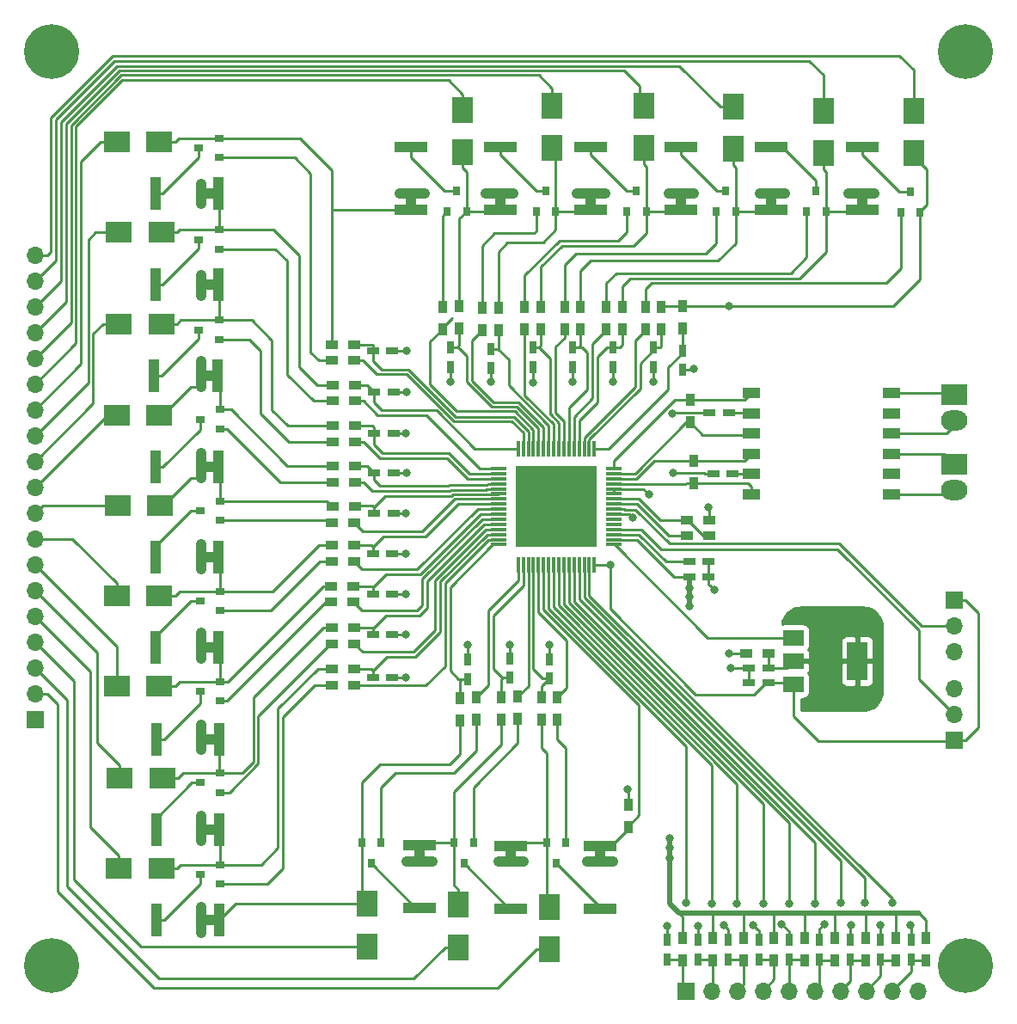
<source format=gbr>
G04 #@! TF.GenerationSoftware,KiCad,Pcbnew,6.0.0-rc1-unknown-5edf350~66~ubuntu18.10.1*
G04 #@! TF.CreationDate,2019-02-07T09:42:41-05:00
G04 #@! TF.ProjectId,BMS-Slave,424d532d-536c-4617-9665-2e6b69636164,V0.2*
G04 #@! TF.SameCoordinates,Original*
G04 #@! TF.FileFunction,Copper,L1,Top*
G04 #@! TF.FilePolarity,Positive*
%FSLAX46Y46*%
G04 Gerber Fmt 4.6, Leading zero omitted, Abs format (unit mm)*
G04 Created by KiCad (PCBNEW 6.0.0-rc1-unknown-5edf350~66~ubuntu18.10.1) date 2019-02-07 09:42:41*
%MOMM*%
%LPD*%
G04 APERTURE LIST*
%ADD10R,1.700000X1.700000*%
%ADD11O,1.700000X1.700000*%
%ADD12R,0.750000X1.200000*%
%ADD13R,0.900000X1.200000*%
%ADD14R,2.030000X2.650000*%
%ADD15R,0.300000X1.500000*%
%ADD16R,1.500000X0.300000*%
%ADD17R,8.000000X8.000000*%
%ADD18R,1.750000X1.000000*%
%ADD19R,1.753000X1.000000*%
%ADD20R,2.000000X3.800000*%
%ADD21R,2.000000X1.500000*%
%ADD22R,2.600000X2.000000*%
%ADD23O,2.600000X2.000000*%
%ADD24R,1.200000X0.750000*%
%ADD25R,1.200000X0.900000*%
%ADD26R,3.200000X1.000000*%
%ADD27R,1.000000X3.200000*%
%ADD28C,0.800000*%
%ADD29C,5.400000*%
%ADD30R,2.650000X2.030000*%
%ADD31R,0.800000X0.900000*%
%ADD32R,0.900000X0.800000*%
%ADD33C,0.250000*%
%ADD34C,0.500000*%
%ADD35C,1.000000*%
%ADD36C,0.254000*%
G04 APERTURE END LIST*
D10*
X67500000Y-97500000D03*
D11*
X70040000Y-97500000D03*
X72580000Y-97500000D03*
X75120000Y-97500000D03*
X77660000Y-97500000D03*
X80200000Y-97500000D03*
X82740000Y-97500000D03*
X85280000Y-97500000D03*
X87820000Y-97500000D03*
X90360000Y-97500000D03*
D12*
X56300000Y-36050000D03*
X56300000Y-34150000D03*
D13*
X57100000Y-30100000D03*
X57100000Y-32300000D03*
X55500000Y-30100000D03*
X55500000Y-32300000D03*
D14*
X89900000Y-10810000D03*
X89900000Y-14990000D03*
D15*
X58450000Y-44100000D03*
X57950000Y-44100000D03*
X57450000Y-44100000D03*
X56950000Y-44100000D03*
X56450000Y-44100000D03*
X55950000Y-44100000D03*
X55450000Y-44100000D03*
X54950000Y-44100000D03*
X54450000Y-44100000D03*
X53950000Y-44100000D03*
X53450000Y-44100000D03*
X52950000Y-44100000D03*
X52450000Y-44100000D03*
X51950000Y-44100000D03*
X51450000Y-44100000D03*
X50950000Y-44100000D03*
D16*
X49000000Y-46050000D03*
X49000000Y-46550000D03*
X49000000Y-47050000D03*
X49000000Y-47550000D03*
X49000000Y-48050000D03*
X49000000Y-48550000D03*
X49000000Y-49050000D03*
X49000000Y-49550000D03*
X49000000Y-50050000D03*
X49000000Y-50550000D03*
X49000000Y-51050000D03*
X49000000Y-51550000D03*
X49000000Y-52050000D03*
X49000000Y-52550000D03*
X49000000Y-53050000D03*
X49000000Y-53550000D03*
D15*
X50950000Y-55500000D03*
X51450000Y-55500000D03*
X51950000Y-55500000D03*
X52450000Y-55500000D03*
X52950000Y-55500000D03*
X53450000Y-55500000D03*
X53950000Y-55500000D03*
X54450000Y-55500000D03*
X54950000Y-55500000D03*
X55450000Y-55500000D03*
X55950000Y-55500000D03*
X56450000Y-55500000D03*
X56950000Y-55500000D03*
X57450000Y-55500000D03*
X57950000Y-55500000D03*
X58450000Y-55500000D03*
D16*
X60400000Y-53550000D03*
X60400000Y-53050000D03*
X60400000Y-52550000D03*
X60400000Y-52050000D03*
X60400000Y-51550000D03*
X60400000Y-51050000D03*
X60400000Y-50550000D03*
X60400000Y-50050000D03*
X60400000Y-49550000D03*
X60400000Y-49050000D03*
X60400000Y-48550000D03*
X60400000Y-48050000D03*
X60400000Y-47550000D03*
X60400000Y-47050000D03*
X60400000Y-46550000D03*
X60400000Y-46050000D03*
D17*
X54700000Y-49800000D03*
D18*
X87675120Y-44598920D03*
X87675120Y-46598920D03*
X87675120Y-48598920D03*
X87675120Y-42598920D03*
X87675120Y-40598920D03*
X87675120Y-38598920D03*
D19*
X73925120Y-38598920D03*
D18*
X73925120Y-40598920D03*
X73925120Y-42598920D03*
X73925120Y-44598920D03*
X73925120Y-46598920D03*
X73925120Y-48598920D03*
D13*
X67137240Y-92310480D03*
X67137240Y-94510480D03*
X70137240Y-92310480D03*
X70137240Y-94510480D03*
X73137240Y-92310480D03*
X73137240Y-94510480D03*
X76137240Y-92310480D03*
X76137240Y-94510480D03*
X79137240Y-92310480D03*
X79137240Y-94510480D03*
X82137240Y-92310480D03*
X82137240Y-94510480D03*
X85137240Y-92310480D03*
X85137240Y-94510480D03*
X88137240Y-92310480D03*
X88137240Y-94510480D03*
X91137240Y-92310480D03*
X91137240Y-94510480D03*
D20*
X84337320Y-65020400D03*
D21*
X78037320Y-65020400D03*
X78037320Y-67320400D03*
X78037320Y-62720400D03*
D10*
X93918320Y-72841520D03*
D11*
X93918320Y-70301520D03*
X93918320Y-67761520D03*
D10*
X93918320Y-59034080D03*
D11*
X93918320Y-61574080D03*
X93918320Y-64114080D03*
D10*
X3378200Y-70764400D03*
D11*
X3378200Y-68224400D03*
X3378200Y-65684400D03*
X3378200Y-63144400D03*
X3378200Y-60604400D03*
X3378200Y-58064400D03*
X3378200Y-55524400D03*
X3378200Y-52984400D03*
X3378200Y-50444400D03*
X3378200Y-47904400D03*
X3378200Y-45364400D03*
X3378200Y-42824400D03*
X3378200Y-40284400D03*
X3378200Y-37744400D03*
X3378200Y-35204400D03*
X3378200Y-32664400D03*
X3378200Y-30124400D03*
X3378200Y-27584400D03*
X3378200Y-25044400D03*
D22*
X93900000Y-38800000D03*
D23*
X93900000Y-41340000D03*
D12*
X65637240Y-94360480D03*
X65637240Y-92460480D03*
X68637240Y-94360480D03*
X68637240Y-92460480D03*
X71637240Y-94360480D03*
X71637240Y-92460480D03*
X74637240Y-94360480D03*
X74637240Y-92460480D03*
X77637240Y-94360480D03*
X77637240Y-92460480D03*
X80637240Y-94360480D03*
X80637240Y-92460480D03*
X83637240Y-94360480D03*
X83637240Y-92460480D03*
X86637240Y-94360480D03*
X86637240Y-92460480D03*
X89637240Y-94360480D03*
X89637240Y-92460480D03*
X54000000Y-64850000D03*
X54000000Y-66750000D03*
X50100000Y-66671600D03*
X50100000Y-64771600D03*
X46000000Y-64870000D03*
X46000000Y-66770000D03*
D24*
X36650000Y-66600000D03*
X38550000Y-66600000D03*
X38550000Y-62400000D03*
X36650000Y-62400000D03*
X36650000Y-58400000D03*
X38550000Y-58400000D03*
X36650000Y-54400000D03*
X38550000Y-54400000D03*
X38650000Y-50500000D03*
X36750000Y-50500000D03*
X38650000Y-46500000D03*
X36750000Y-46500000D03*
X36750000Y-42600000D03*
X38650000Y-42600000D03*
X36750000Y-38500000D03*
X38650000Y-38500000D03*
X38550000Y-34500000D03*
X36650000Y-34500000D03*
D12*
X44300000Y-34150000D03*
X44300000Y-36050000D03*
X48300000Y-36150000D03*
X48300000Y-34250000D03*
X52400000Y-36050000D03*
X52400000Y-34150000D03*
X60300000Y-34150000D03*
X60300000Y-36050000D03*
X64300000Y-34150000D03*
X64300000Y-36050000D03*
D13*
X53266480Y-68568760D03*
X53266480Y-70768760D03*
X54800000Y-70778920D03*
X54800000Y-68578920D03*
X49278080Y-70745720D03*
X49278080Y-68545720D03*
X50900000Y-68517960D03*
X50900000Y-70717960D03*
X45216960Y-70831600D03*
X45216960Y-68631600D03*
X46800000Y-68600000D03*
X46800000Y-70800000D03*
D25*
X32600000Y-65800000D03*
X34800000Y-65800000D03*
X34800000Y-67400000D03*
X32600000Y-67400000D03*
X32598800Y-61706400D03*
X34798800Y-61706400D03*
X32614040Y-63300000D03*
X34814040Y-63300000D03*
X32536240Y-57614800D03*
X34736240Y-57614800D03*
X34751480Y-59200000D03*
X32551480Y-59200000D03*
X34800000Y-53600000D03*
X32600000Y-53600000D03*
X34800000Y-55200000D03*
X32600000Y-55200000D03*
X34839720Y-49819560D03*
X32639720Y-49819560D03*
X34834640Y-51400000D03*
X32634640Y-51400000D03*
X32705760Y-45814320D03*
X34905760Y-45814320D03*
X34900000Y-47400000D03*
X32700000Y-47400000D03*
X34892120Y-41841440D03*
X32692120Y-41841440D03*
X32700000Y-43400000D03*
X34900000Y-43400000D03*
X34899080Y-37824440D03*
X32699080Y-37824440D03*
X32700000Y-39400000D03*
X34900000Y-39400000D03*
X32580360Y-33825880D03*
X34780360Y-33825880D03*
X34800000Y-35400000D03*
X32600000Y-35400000D03*
D13*
X45100000Y-30096160D03*
X45100000Y-32296160D03*
X43500000Y-32300000D03*
X43500000Y-30100000D03*
X49000000Y-30200000D03*
X49000000Y-32400000D03*
X47400000Y-32400000D03*
X47400000Y-30200000D03*
X53200000Y-30100000D03*
X53200000Y-32300000D03*
X51600000Y-32300000D03*
X51600000Y-30100000D03*
X61200000Y-32300000D03*
X61200000Y-30100000D03*
X59600000Y-30100000D03*
X59600000Y-32300000D03*
X65000000Y-32300000D03*
X65000000Y-30100000D03*
X63500000Y-30100000D03*
X63500000Y-32300000D03*
D24*
X69786640Y-40515360D03*
X71686640Y-40515360D03*
X72057480Y-46585960D03*
X70157480Y-46585960D03*
D13*
X67876600Y-39323920D03*
X67876600Y-41523920D03*
X68216960Y-47477680D03*
X68216960Y-45277680D03*
D12*
X67118400Y-36354120D03*
X67118400Y-34454120D03*
D24*
X75584120Y-65696040D03*
X73684120Y-65696040D03*
X75584120Y-67133680D03*
X73684120Y-67133680D03*
D13*
X61764280Y-79200680D03*
X61764280Y-81400680D03*
X67118400Y-32262320D03*
X67118400Y-30062320D03*
D25*
X67537961Y-51173440D03*
X69737959Y-51173440D03*
X73371560Y-64233000D03*
X75571560Y-64233000D03*
X69737959Y-52682200D03*
X67537961Y-52682200D03*
D24*
X67804801Y-55242520D03*
X69704799Y-55242520D03*
X69704799Y-56690320D03*
X67804801Y-56690320D03*
D26*
X59000000Y-83200000D03*
X59000000Y-89400000D03*
X50200000Y-83200000D03*
X50200000Y-89400000D03*
X41200000Y-83100000D03*
X41200000Y-89300000D03*
D27*
X21500000Y-90500000D03*
X15300000Y-90500000D03*
X15300000Y-81600000D03*
X21500000Y-81600000D03*
X15300000Y-72700000D03*
X21500000Y-72700000D03*
X15200000Y-63700000D03*
X21400000Y-63700000D03*
X21400000Y-54800000D03*
X15200000Y-54800000D03*
X21400000Y-45900000D03*
X15200000Y-45900000D03*
X21300000Y-36900000D03*
X15100000Y-36900000D03*
X15200000Y-27900000D03*
X21400000Y-27900000D03*
X15200000Y-19000000D03*
X21400000Y-19000000D03*
D26*
X40400000Y-14400000D03*
X40400000Y-20600000D03*
X49200000Y-14400000D03*
X49200000Y-20600000D03*
X58100000Y-14400000D03*
X58100000Y-20600000D03*
X67000000Y-14400000D03*
X67000000Y-20600000D03*
X75900000Y-20600000D03*
X75900000Y-14400000D03*
X84800000Y-20600000D03*
X84800000Y-14400000D03*
D22*
X93900000Y-45600000D03*
D23*
X93900000Y-48140000D03*
D28*
X6431891Y-3568109D03*
X5000000Y-2975000D03*
X3568109Y-3568109D03*
X2975000Y-5000000D03*
X3568109Y-6431891D03*
X5000000Y-7025000D03*
X6431891Y-6431891D03*
X7025000Y-5000000D03*
D29*
X5000000Y-5000000D03*
X95000000Y-5000000D03*
D28*
X97025000Y-5000000D03*
X96431891Y-6431891D03*
X95000000Y-7025000D03*
X93568109Y-6431891D03*
X92975000Y-5000000D03*
X93568109Y-3568109D03*
X95000000Y-2975000D03*
X96431891Y-3568109D03*
X6431891Y-93568109D03*
X5000000Y-92975000D03*
X3568109Y-93568109D03*
X2975000Y-95000000D03*
X3568109Y-96431891D03*
X5000000Y-97025000D03*
X6431891Y-96431891D03*
X7025000Y-95000000D03*
D29*
X5000000Y-95000000D03*
X95000000Y-95000000D03*
D28*
X97025000Y-95000000D03*
X96431891Y-96431891D03*
X95000000Y-97025000D03*
X93568109Y-96431891D03*
X92975000Y-95000000D03*
X93568109Y-93568109D03*
X95000000Y-92975000D03*
X96431891Y-93568109D03*
D14*
X81000000Y-14990000D03*
X81000000Y-10810000D03*
X72100000Y-10410000D03*
X72100000Y-14590000D03*
X63300000Y-10310000D03*
X63300000Y-14490000D03*
X54300000Y-14490000D03*
X54300000Y-10310000D03*
X45500000Y-14890000D03*
X45500000Y-10710000D03*
D30*
X11410000Y-13900000D03*
X15590000Y-13900000D03*
X15790000Y-22800000D03*
X11610000Y-22800000D03*
X11610000Y-31800000D03*
X15790000Y-31800000D03*
X11410000Y-40800000D03*
X15590000Y-40800000D03*
X15690000Y-49700000D03*
X11510000Y-49700000D03*
X15590000Y-58600000D03*
X11410000Y-58600000D03*
X11410000Y-67500000D03*
X15590000Y-67500000D03*
X15890000Y-76500000D03*
X11710000Y-76500000D03*
X11610000Y-85400000D03*
X15790000Y-85400000D03*
D14*
X36100000Y-93090000D03*
X36100000Y-88910000D03*
X45000000Y-89010000D03*
X45000000Y-93190000D03*
X54000000Y-89210000D03*
X54000000Y-93390000D03*
D31*
X54700000Y-84900000D03*
X53750000Y-82900000D03*
X55650000Y-82900000D03*
X45600000Y-84900000D03*
X44650000Y-82900000D03*
X46550000Y-82900000D03*
X37450000Y-82900000D03*
X35550000Y-82900000D03*
X36500000Y-84900000D03*
D32*
X21600000Y-86950000D03*
X21600000Y-85050000D03*
X19600000Y-86000000D03*
X19600000Y-77000000D03*
X21600000Y-76050000D03*
X21600000Y-77950000D03*
X21600000Y-68950000D03*
X21600000Y-67050000D03*
X19600000Y-68000000D03*
X19600000Y-59100000D03*
X21600000Y-58150000D03*
X21600000Y-60050000D03*
X21600000Y-51150000D03*
X21600000Y-49250000D03*
X19600000Y-50200000D03*
X21600000Y-42150000D03*
X21600000Y-40250000D03*
X19600000Y-41200000D03*
X19500000Y-32400000D03*
X21500000Y-31450000D03*
X21500000Y-33350000D03*
X19500000Y-23500000D03*
X21500000Y-22550000D03*
X21500000Y-24450000D03*
X19500000Y-14500000D03*
X21500000Y-13550000D03*
X21500000Y-15450000D03*
D31*
X43950000Y-20700000D03*
X45850000Y-20700000D03*
X44900000Y-18700000D03*
X52750000Y-20700000D03*
X54650000Y-20700000D03*
X53700000Y-18700000D03*
X62600000Y-18700000D03*
X63550000Y-20700000D03*
X61650000Y-20700000D03*
X70450000Y-20700000D03*
X72350000Y-20700000D03*
X71400000Y-18700000D03*
X79350000Y-20700000D03*
X81250000Y-20700000D03*
X80300000Y-18700000D03*
X89600000Y-18800000D03*
X90550000Y-20800000D03*
X88650000Y-20800000D03*
D28*
X87800000Y-88800000D03*
X85099994Y-88800000D03*
X82699996Y-88800000D03*
X80200002Y-88900000D03*
X77600000Y-88900000D03*
X75100000Y-88900000D03*
X72500000Y-88900000D03*
X70000000Y-88900000D03*
X67500000Y-88800000D03*
X62200000Y-50900000D03*
X60000000Y-55500000D03*
X67800000Y-57800000D03*
X65900000Y-84400000D03*
X65900000Y-83400000D03*
X65900000Y-82500000D03*
X67800000Y-58700000D03*
X67800000Y-59600000D03*
X59000000Y-84750000D03*
X57750000Y-84750000D03*
X60250000Y-84750000D03*
X51200000Y-46300000D03*
X44300000Y-37500000D03*
X40000000Y-34500000D03*
X40000000Y-38500000D03*
X52400000Y-37600000D03*
X56300000Y-37500000D03*
X60300000Y-37500000D03*
X64300000Y-37500000D03*
X69700000Y-49900000D03*
X71900000Y-65700000D03*
X54000000Y-63400000D03*
X50100000Y-63400000D03*
X46000000Y-63400000D03*
X89600000Y-91000000D03*
X86600000Y-91000000D03*
X83700000Y-91000000D03*
X81100000Y-90900000D03*
X61700000Y-77600000D03*
X52200000Y-46300000D03*
X53200000Y-46300000D03*
X54200000Y-46300000D03*
X55200000Y-46300000D03*
X56200000Y-46300000D03*
X57200000Y-46300000D03*
X58200000Y-46300000D03*
X51200000Y-47300000D03*
X52200000Y-47300000D03*
X53200000Y-47300000D03*
X54200000Y-47300000D03*
X55200000Y-47300000D03*
X56200000Y-47300000D03*
X57200000Y-47300000D03*
X58200000Y-47300000D03*
X51200000Y-48300000D03*
X52200000Y-48300000D03*
X53200000Y-48300000D03*
X54200000Y-48300000D03*
X55200000Y-48300000D03*
X56200000Y-48300000D03*
X57200000Y-48300000D03*
X58200000Y-48300000D03*
X51200000Y-49300000D03*
X52200000Y-49300000D03*
X53200000Y-49300000D03*
X54200000Y-49300000D03*
X55200000Y-49300000D03*
X56200000Y-49300000D03*
X57200000Y-49300000D03*
X58200000Y-49300000D03*
X51200000Y-50300000D03*
X52200000Y-50300000D03*
X53200000Y-50300000D03*
X54200000Y-50300000D03*
X55200000Y-50300000D03*
X56200000Y-50300000D03*
X57200000Y-50300000D03*
X58200000Y-50300000D03*
X51200000Y-51300000D03*
X52200000Y-51300000D03*
X53200000Y-51300000D03*
X54200000Y-51300000D03*
X55200000Y-51300000D03*
X56200000Y-51300000D03*
X57200000Y-51300000D03*
X58200000Y-51300000D03*
X51200000Y-52300000D03*
X52200000Y-52300000D03*
X53200000Y-52300000D03*
X54200000Y-52300000D03*
X55200000Y-52300000D03*
X56200000Y-52300000D03*
X57200000Y-52300000D03*
X58200000Y-52300000D03*
X51200000Y-53300000D03*
X52200000Y-53300000D03*
X53200000Y-53300000D03*
X54200000Y-53300000D03*
X55200000Y-53300000D03*
X56200000Y-53300000D03*
X57200000Y-53300000D03*
X58200000Y-53300000D03*
X39900000Y-42600000D03*
X40000000Y-46500000D03*
X39900000Y-50500000D03*
X39900000Y-54400000D03*
X39900000Y-58400000D03*
X39900000Y-62400000D03*
X39900000Y-66600000D03*
X68637240Y-91100000D03*
X65637236Y-91100000D03*
X71200000Y-91000000D03*
X74100000Y-91000000D03*
X76900000Y-90900000D03*
X48300000Y-37524990D03*
X68250000Y-36250000D03*
X70250000Y-58000000D03*
X63800000Y-48600000D03*
X66250000Y-46500000D03*
X66112660Y-40612660D03*
X71700000Y-64300000D03*
X71700000Y-30062320D03*
X84750000Y-19000000D03*
X83500000Y-19000000D03*
X86000000Y-19000000D03*
X74750000Y-19000000D03*
X75999990Y-19000000D03*
X77250000Y-19000000D03*
X67000000Y-19000000D03*
X65750000Y-19000000D03*
X68250000Y-19000000D03*
X59500000Y-19000000D03*
X58250000Y-19000000D03*
X56750000Y-19000000D03*
X49250000Y-19000000D03*
X50500000Y-19000000D03*
X47750000Y-19000000D03*
X40500000Y-19000000D03*
X39250000Y-19000000D03*
X41750000Y-19000000D03*
X19750000Y-19000000D03*
X19750000Y-18000000D03*
X19750000Y-20000000D03*
X19750000Y-28000000D03*
X19750000Y-27000000D03*
X19750000Y-29000000D03*
X19750000Y-36750000D03*
X19750000Y-35500000D03*
X19750000Y-38000000D03*
X19750000Y-45750000D03*
X19750000Y-44500000D03*
X19750000Y-47000000D03*
X19750000Y-54750000D03*
X19750000Y-56000000D03*
X19750000Y-53500000D03*
X19750000Y-63500000D03*
X19750000Y-62250000D03*
X19750000Y-64750000D03*
X19750000Y-72500000D03*
X19750000Y-71250000D03*
X19750000Y-73750000D03*
X19750000Y-81500000D03*
X19750000Y-80250000D03*
X19750000Y-82750000D03*
X19750000Y-90500000D03*
X19750000Y-89250000D03*
X19750000Y-91750000D03*
X40000000Y-84750000D03*
X42500000Y-84750000D03*
X41250000Y-84750000D03*
X50250000Y-84750000D03*
X51500000Y-84750000D03*
X49000000Y-84750000D03*
D33*
X89787240Y-94510480D02*
X89637240Y-94360480D01*
X91137240Y-94510480D02*
X89787240Y-94510480D01*
X89637240Y-95574480D02*
X87787480Y-97424240D01*
X89637240Y-94360480D02*
X89637240Y-95574480D01*
X57950000Y-55500000D02*
X57950000Y-58550000D01*
X57950000Y-58550000D02*
X87800000Y-88400000D01*
X87800000Y-88400000D02*
X87800000Y-88800000D01*
X86787240Y-94510480D02*
X86637240Y-94360480D01*
X88137240Y-94510480D02*
X86787240Y-94510480D01*
X86637240Y-96034480D02*
X85247480Y-97424240D01*
X86637240Y-94360480D02*
X86637240Y-96034480D01*
X85099994Y-88234315D02*
X85099994Y-88800000D01*
X57450000Y-58750000D02*
X85099994Y-86399994D01*
X85099994Y-86399994D02*
X85099994Y-88234315D01*
X57450000Y-55500000D02*
X57450000Y-58750000D01*
X83787240Y-94510480D02*
X83637240Y-94360480D01*
X85137240Y-94510480D02*
X83787240Y-94510480D01*
X83637240Y-96494480D02*
X82707480Y-97424240D01*
X83637240Y-94360480D02*
X83637240Y-96494480D01*
X56950000Y-58950000D02*
X82699996Y-84699996D01*
X82699996Y-88234315D02*
X82699996Y-88800000D01*
X82699996Y-84699996D02*
X82699996Y-88234315D01*
X56950000Y-55500000D02*
X56950000Y-58950000D01*
X80787240Y-94510480D02*
X80637240Y-94360480D01*
X82137240Y-94510480D02*
X80787240Y-94510480D01*
X80637240Y-96954480D02*
X80167480Y-97424240D01*
X80637240Y-94360480D02*
X80637240Y-96954480D01*
X80200002Y-88334315D02*
X80200002Y-88900000D01*
X56450000Y-55500000D02*
X56450000Y-59150000D01*
X56450000Y-59150000D02*
X80200002Y-82900002D01*
X80200002Y-82900002D02*
X80200002Y-88334315D01*
X78987240Y-94360480D02*
X79137240Y-94510480D01*
X77637240Y-94360480D02*
X78987240Y-94360480D01*
X77637240Y-97414480D02*
X77627480Y-97424240D01*
X77637240Y-94360480D02*
X77637240Y-97414480D01*
X55950000Y-56500000D02*
X55950000Y-55500000D01*
X77600000Y-80936410D02*
X55950000Y-59286410D01*
X77600000Y-88900000D02*
X77600000Y-80936410D01*
X55950000Y-59286410D02*
X55950000Y-56500000D01*
X75987240Y-94360480D02*
X76137240Y-94510480D01*
X74637240Y-94360480D02*
X75987240Y-94360480D01*
X76137240Y-96374480D02*
X75087480Y-97424240D01*
X76137240Y-94510480D02*
X76137240Y-96374480D01*
X55450000Y-56500000D02*
X55450000Y-55500000D01*
X75100000Y-79072821D02*
X55450000Y-59422821D01*
X55450000Y-59422821D02*
X55450000Y-56500000D01*
X75100000Y-88900000D02*
X75100000Y-79072821D01*
X72987240Y-94360480D02*
X73137240Y-94510480D01*
X71637240Y-94360480D02*
X72987240Y-94360480D01*
X73137240Y-96834480D02*
X72547480Y-97424240D01*
X73137240Y-94510480D02*
X73137240Y-96834480D01*
X54950000Y-56500000D02*
X54950000Y-55500000D01*
X54950000Y-59559232D02*
X54950000Y-56500000D01*
X72500000Y-77109232D02*
X54950000Y-59559232D01*
X72500000Y-88900000D02*
X72500000Y-77109232D01*
X69987240Y-94360480D02*
X70137240Y-94510480D01*
X68637240Y-94360480D02*
X69987240Y-94360480D01*
X70137240Y-97294480D02*
X70007480Y-97424240D01*
X70137240Y-94510480D02*
X70137240Y-97294480D01*
X54450000Y-56500000D02*
X54450000Y-55500000D01*
X54450000Y-59695643D02*
X54450000Y-56500000D01*
X70000000Y-75245643D02*
X54450000Y-59695643D01*
X70000000Y-88900000D02*
X70000000Y-75245643D01*
X66987240Y-94360480D02*
X67137240Y-94510480D01*
X65637240Y-94360480D02*
X66987240Y-94360480D01*
X67137240Y-97094000D02*
X67467480Y-97424240D01*
X67137240Y-94510480D02*
X67137240Y-97094000D01*
X53950000Y-59832054D02*
X53950000Y-56500000D01*
X67500000Y-73382054D02*
X53950000Y-59832054D01*
X67500000Y-88800000D02*
X67500000Y-73382054D01*
X53950000Y-56500000D02*
X53950000Y-55500000D01*
X93698920Y-38598920D02*
X93900000Y-38800000D01*
X87675120Y-38598920D02*
X93698920Y-38598920D01*
X87675120Y-42598920D02*
X93101080Y-42598920D01*
X93900000Y-41800000D02*
X93900000Y-41340000D01*
X93101080Y-42598920D02*
X93900000Y-41800000D01*
X4580281Y-68224400D02*
X5600000Y-69244119D01*
X3378200Y-68224400D02*
X4580281Y-68224400D01*
X5600000Y-69244119D02*
X5600000Y-87700000D01*
X5600000Y-87700000D02*
X15100000Y-97200000D01*
X52735000Y-93390000D02*
X54000000Y-93390000D01*
X15100000Y-97200000D02*
X48925000Y-97200000D01*
X48925000Y-97200000D02*
X52735000Y-93390000D01*
X3378200Y-65684400D02*
X6500000Y-68806200D01*
X6500000Y-68806200D02*
X6500000Y-87200000D01*
X6500000Y-87200000D02*
X15600000Y-96300000D01*
X43735000Y-93190000D02*
X45000000Y-93190000D01*
X15600000Y-96300000D02*
X40625000Y-96300000D01*
X40625000Y-96300000D02*
X43735000Y-93190000D01*
X7200000Y-66966200D02*
X7200000Y-86500000D01*
X3378200Y-63144400D02*
X7200000Y-66966200D01*
X13790000Y-93090000D02*
X36100000Y-93090000D01*
X7200000Y-86500000D02*
X13790000Y-93090000D01*
X3378200Y-60604400D02*
X8800000Y-66026200D01*
X8800000Y-66026200D02*
X8800000Y-81325000D01*
X11610000Y-84135000D02*
X11610000Y-85400000D01*
X8800000Y-81325000D02*
X11610000Y-84135000D01*
X3378200Y-58064400D02*
X9500000Y-64186200D01*
X11710000Y-75235000D02*
X11710000Y-76500000D01*
X9500000Y-64186200D02*
X9500000Y-73025000D01*
X9500000Y-73025000D02*
X11710000Y-75235000D01*
X11410000Y-63556200D02*
X11410000Y-67500000D01*
X3378200Y-55524400D02*
X11410000Y-63556200D01*
X11410000Y-57335000D02*
X11410000Y-58600000D01*
X3378200Y-52984400D02*
X7059400Y-52984400D01*
X7059400Y-52984400D02*
X11410000Y-57335000D01*
X4122600Y-49700000D02*
X3378200Y-50444400D01*
X11510000Y-49700000D02*
X4122600Y-49700000D01*
X10482600Y-40800000D02*
X11410000Y-40800000D01*
X3378200Y-47904400D02*
X10482600Y-40800000D01*
X10035000Y-31800000D02*
X9100000Y-32735000D01*
X11610000Y-31800000D02*
X10035000Y-31800000D01*
X9100000Y-39642600D02*
X3378200Y-45364400D01*
X9100000Y-32735000D02*
X9100000Y-39642600D01*
X11610000Y-22800000D02*
X9300000Y-22800000D01*
X9300000Y-22800000D02*
X8600000Y-23500000D01*
X8600000Y-37602600D02*
X3378200Y-42824400D01*
X8600000Y-23500000D02*
X8600000Y-37602600D01*
X7900000Y-35762600D02*
X3378200Y-40284400D01*
X7900000Y-15835000D02*
X7900000Y-35762600D01*
X11410000Y-13900000D02*
X9835000Y-13900000D01*
X9835000Y-13900000D02*
X7900000Y-15835000D01*
X44100000Y-7800000D02*
X45500000Y-9200000D01*
X7400000Y-12372820D02*
X11972820Y-7800000D01*
X45500000Y-9200000D02*
X45500000Y-10710000D01*
X11972820Y-7800000D02*
X44100000Y-7800000D01*
X3378200Y-37744400D02*
X7400000Y-33722600D01*
X7400000Y-33722600D02*
X7400000Y-12372820D01*
X54300000Y-8600000D02*
X54300000Y-10310000D01*
X11836410Y-7300000D02*
X53000000Y-7300000D01*
X6900000Y-12236410D02*
X11836410Y-7300000D01*
X6900000Y-31682600D02*
X6900000Y-12236410D01*
X3378200Y-35204400D02*
X6900000Y-31682600D01*
X53000000Y-7300000D02*
X54300000Y-8600000D01*
X4228199Y-31814401D02*
X3378200Y-32664400D01*
X11650010Y-6849989D02*
X6400000Y-12100000D01*
X53186422Y-6850011D02*
X53186400Y-6849989D01*
X6400000Y-29642600D02*
X4228199Y-31814401D01*
X6400000Y-12100000D02*
X6400000Y-29642600D01*
X61350011Y-6850011D02*
X53186422Y-6850011D01*
X62900000Y-8400000D02*
X61350011Y-6850011D01*
X62900000Y-10320000D02*
X62900000Y-8400000D01*
X53186400Y-6849989D02*
X11650010Y-6849989D01*
X3378200Y-30124400D02*
X5900000Y-27602600D01*
X66825000Y-6400000D02*
X70835000Y-10410000D01*
X5900000Y-11900000D02*
X11400022Y-6399978D01*
X11400022Y-6399978D02*
X53372800Y-6399978D01*
X5900000Y-27602600D02*
X5900000Y-11900000D01*
X70835000Y-10410000D02*
X72100000Y-10410000D01*
X53372822Y-6400000D02*
X66825000Y-6400000D01*
X53372800Y-6399978D02*
X53372822Y-6400000D01*
X81000000Y-7300000D02*
X81000000Y-10810000D01*
X79600000Y-5900000D02*
X81000000Y-7300000D01*
X11200000Y-5900000D02*
X79600000Y-5900000D01*
X5400000Y-11700000D02*
X11200000Y-5900000D01*
X3378200Y-27584400D02*
X5400000Y-25562600D01*
X5400000Y-25562600D02*
X5400000Y-11700000D01*
X4580281Y-25044400D02*
X4900000Y-24724681D01*
X3378200Y-25044400D02*
X4580281Y-25044400D01*
X4900000Y-24724681D02*
X4900000Y-11500000D01*
X89900000Y-6800000D02*
X89900000Y-10810000D01*
X4900000Y-11500000D02*
X11000000Y-5400000D01*
X11000000Y-5400000D02*
X88500000Y-5400000D01*
X88500000Y-5400000D02*
X89900000Y-6800000D01*
X58450000Y-55500000D02*
X60000000Y-55500000D01*
X77850600Y-67133680D02*
X78037320Y-67320400D01*
X75584120Y-67133680D02*
X77850600Y-67133680D01*
X60400000Y-50550000D02*
X61850000Y-50550000D01*
X61850000Y-50550000D02*
X62200000Y-50900000D01*
X80500000Y-72900000D02*
X93859840Y-72900000D01*
X93859840Y-72900000D02*
X93918320Y-72841520D01*
X78037320Y-67320400D02*
X78037320Y-70437320D01*
X78037320Y-70437320D02*
X80500000Y-72900000D01*
X75359120Y-67133680D02*
X75584120Y-67133680D01*
X74192800Y-68300000D02*
X75359120Y-67133680D01*
X68400000Y-68300000D02*
X74192800Y-68300000D01*
X60000000Y-55500000D02*
X60000000Y-59900000D01*
X60000000Y-59900000D02*
X68400000Y-68300000D01*
X95018320Y-59034080D02*
X93918320Y-59034080D01*
X96300000Y-60315760D02*
X95018320Y-59034080D01*
X93918320Y-72841520D02*
X95018320Y-72841520D01*
X96300000Y-71559840D02*
X96300000Y-60315760D01*
X95018320Y-72841520D02*
X96300000Y-71559840D01*
X61400000Y-50050000D02*
X61450000Y-50100000D01*
X65857201Y-53457201D02*
X82557201Y-53457201D01*
X60400000Y-50050000D02*
X61400000Y-50050000D01*
X62500000Y-50100000D02*
X65857201Y-53457201D01*
X61450000Y-50100000D02*
X62500000Y-50100000D01*
X90674080Y-61574080D02*
X93918320Y-61574080D01*
X82557201Y-53457201D02*
X90674080Y-61574080D01*
X93068321Y-69451521D02*
X93918320Y-70301520D01*
X63050000Y-52050000D02*
X65000000Y-54000000D01*
X65000000Y-54000000D02*
X82400000Y-54000000D01*
X90400000Y-62000000D02*
X90400000Y-66783200D01*
X90400000Y-66783200D02*
X93068321Y-69451521D01*
X60400000Y-52050000D02*
X63050000Y-52050000D01*
X82400000Y-54000000D02*
X90400000Y-62000000D01*
X66290320Y-56690320D02*
X67804801Y-56690320D01*
X60400000Y-53050000D02*
X62650000Y-53050000D01*
X62650000Y-53050000D02*
X66290320Y-56690320D01*
D34*
X67804801Y-56690320D02*
X67804801Y-57795199D01*
X67804801Y-57795199D02*
X67800000Y-57800000D01*
D33*
X91137240Y-92310480D02*
X91137240Y-90537240D01*
X91137240Y-90537240D02*
X90400000Y-89800000D01*
D34*
X65900000Y-88900000D02*
X65900000Y-84400000D01*
X66800000Y-89800000D02*
X65900000Y-88900000D01*
D33*
X88137240Y-89837240D02*
X88100000Y-89800000D01*
X88137240Y-92310480D02*
X88137240Y-89837240D01*
D34*
X90400000Y-89800000D02*
X88100000Y-89800000D01*
D33*
X85137240Y-89862760D02*
X85200000Y-89800000D01*
X85137240Y-92310480D02*
X85137240Y-89862760D01*
D34*
X88100000Y-89800000D02*
X85200000Y-89800000D01*
D33*
X82137240Y-89962760D02*
X82300000Y-89800000D01*
X82137240Y-92310480D02*
X82137240Y-89962760D01*
D34*
X85200000Y-89800000D02*
X82300000Y-89800000D01*
D33*
X79137240Y-92310480D02*
X79137240Y-89962760D01*
X79137240Y-89962760D02*
X79300000Y-89800000D01*
D34*
X82300000Y-89800000D02*
X79300000Y-89800000D01*
D33*
X76137240Y-89862760D02*
X76200000Y-89800000D01*
D34*
X79300000Y-89800000D02*
X76200000Y-89800000D01*
D33*
X76137240Y-92310480D02*
X76137240Y-89862760D01*
X73137240Y-92310480D02*
X73137240Y-89862760D01*
D34*
X76200000Y-89800000D02*
X73200000Y-89800000D01*
D33*
X73137240Y-89862760D02*
X73200000Y-89800000D01*
X70137240Y-89862760D02*
X70200000Y-89800000D01*
X70137240Y-92310480D02*
X70137240Y-89862760D01*
D34*
X73200000Y-89800000D02*
X70200000Y-89800000D01*
X70200000Y-89800000D02*
X66800000Y-89800000D01*
D33*
X67137240Y-90137240D02*
X66800000Y-89800000D01*
X67137240Y-92310480D02*
X67137240Y-90137240D01*
D34*
X65900000Y-84400000D02*
X65900000Y-83400000D01*
X65900000Y-83400000D02*
X65900000Y-82500000D01*
X67800000Y-57800000D02*
X67800000Y-58700000D01*
X67800000Y-58700000D02*
X67800000Y-59600000D01*
D33*
X73200120Y-39323920D02*
X73925120Y-38598920D01*
X67876600Y-39323920D02*
X73200120Y-39323920D01*
X67176600Y-39323920D02*
X67876600Y-39323920D01*
X60400000Y-46050000D02*
X60400000Y-45300000D01*
X60400000Y-45300000D02*
X66376080Y-39323920D01*
X66376080Y-39323920D02*
X67176600Y-39323920D01*
X62450000Y-46550000D02*
X60400000Y-46550000D01*
X67476080Y-41523920D02*
X62450000Y-46550000D01*
X67876600Y-41523920D02*
X67476080Y-41523920D01*
X69102680Y-42750000D02*
X73024040Y-42750000D01*
X67876600Y-41523920D02*
X69102680Y-42750000D01*
X73024040Y-42750000D02*
X73175120Y-42598920D01*
X73175120Y-42598920D02*
X73925120Y-42598920D01*
X62586410Y-47050000D02*
X61400000Y-47050000D01*
X61400000Y-47050000D02*
X60400000Y-47050000D01*
X64358730Y-45277680D02*
X62586410Y-47050000D01*
X68216960Y-45277680D02*
X64358730Y-45277680D01*
X73246360Y-45277680D02*
X73925120Y-44598920D01*
X68216960Y-45277680D02*
X73246360Y-45277680D01*
X32000000Y-59200000D02*
X32551480Y-59200000D01*
X21600000Y-68950000D02*
X22250000Y-68950000D01*
X22250000Y-68950000D02*
X32000000Y-59200000D01*
X73925120Y-47848920D02*
X73925120Y-48598920D01*
X68216960Y-47477680D02*
X73553880Y-47477680D01*
X73553880Y-47477680D02*
X73925120Y-47848920D01*
X61400000Y-47550000D02*
X60400000Y-47550000D01*
X67444640Y-47550000D02*
X61400000Y-47550000D01*
X68216960Y-47477680D02*
X67516960Y-47477680D01*
X67516960Y-47477680D02*
X67444640Y-47550000D01*
X73841560Y-40515360D02*
X73925120Y-40598920D01*
X71686640Y-40515360D02*
X73841560Y-40515360D01*
X61764280Y-81535720D02*
X61764280Y-81400680D01*
X59000000Y-83200000D02*
X60100000Y-83200000D01*
X60100000Y-83200000D02*
X61764280Y-81535720D01*
X61764280Y-81250680D02*
X61764280Y-81400680D01*
X53450000Y-55500000D02*
X53450000Y-59968465D01*
X62800000Y-80214960D02*
X61764280Y-81250680D01*
X62800000Y-69318465D02*
X62800000Y-80214960D01*
X53450000Y-59968465D02*
X62800000Y-69318465D01*
D35*
X59000000Y-83200000D02*
X59000000Y-84750000D01*
X59000000Y-84750000D02*
X57750000Y-84750000D01*
X59000000Y-84750000D02*
X60250000Y-84750000D01*
D33*
X61400000Y-52550000D02*
X60400000Y-52550000D01*
X62850000Y-52550000D02*
X61400000Y-52550000D01*
X67804801Y-55242520D02*
X65542520Y-55242520D01*
X65542520Y-55242520D02*
X62850000Y-52550000D01*
X18900000Y-59100000D02*
X19600000Y-59100000D01*
X15200000Y-63700000D02*
X15200000Y-62600000D01*
X18700000Y-59100000D02*
X18900000Y-59100000D01*
X15200000Y-62600000D02*
X18700000Y-59100000D01*
X15200000Y-54800000D02*
X15200000Y-53700000D01*
X18900000Y-50200000D02*
X19600000Y-50200000D01*
X15200000Y-53700000D02*
X18700000Y-50200000D01*
X18700000Y-50200000D02*
X18900000Y-50200000D01*
X19600000Y-41850000D02*
X19600000Y-41200000D01*
X19600000Y-42250000D02*
X19600000Y-41850000D01*
X15200000Y-45900000D02*
X15950000Y-45900000D01*
X15950000Y-45900000D02*
X19600000Y-42250000D01*
X19500000Y-33050000D02*
X19500000Y-32400000D01*
X19500000Y-33250000D02*
X19500000Y-33050000D01*
X15100000Y-36900000D02*
X15850000Y-36900000D01*
X15850000Y-36900000D02*
X19500000Y-33250000D01*
X19500000Y-24350000D02*
X19500000Y-24150000D01*
X15200000Y-27900000D02*
X15950000Y-27900000D01*
X19500000Y-24150000D02*
X19500000Y-23500000D01*
X15950000Y-27900000D02*
X19500000Y-24350000D01*
X19500000Y-15150000D02*
X19500000Y-14500000D01*
X15200000Y-19000000D02*
X15950000Y-19000000D01*
X19500000Y-15450000D02*
X19500000Y-15150000D01*
X15950000Y-19000000D02*
X19500000Y-15450000D01*
X43700000Y-18700000D02*
X44900000Y-18700000D01*
X40400000Y-14400000D02*
X40400000Y-15400000D01*
X40400000Y-15400000D02*
X43700000Y-18700000D01*
X53050000Y-18700000D02*
X53700000Y-18700000D01*
X52750000Y-18700000D02*
X53050000Y-18700000D01*
X49200000Y-14400000D02*
X49200000Y-15150000D01*
X49200000Y-15150000D02*
X52750000Y-18700000D01*
X61950000Y-18700000D02*
X62600000Y-18700000D01*
X61650000Y-18700000D02*
X61950000Y-18700000D01*
X58100000Y-14400000D02*
X58100000Y-15150000D01*
X58100000Y-15150000D02*
X61650000Y-18700000D01*
X70750000Y-18700000D02*
X71400000Y-18700000D01*
X70550000Y-18700000D02*
X70750000Y-18700000D01*
X67000000Y-14400000D02*
X67000000Y-15150000D01*
X67000000Y-15150000D02*
X70550000Y-18700000D01*
X80300000Y-18000000D02*
X80300000Y-18700000D01*
X75900000Y-14400000D02*
X77000000Y-14400000D01*
X80300000Y-17700000D02*
X80300000Y-18000000D01*
X77000000Y-14400000D02*
X80300000Y-17700000D01*
X88950000Y-18800000D02*
X89600000Y-18800000D01*
X88450000Y-18800000D02*
X88950000Y-18800000D01*
X84800000Y-14400000D02*
X84800000Y-15150000D01*
X84800000Y-15150000D02*
X88450000Y-18800000D01*
X53266480Y-67483520D02*
X54000000Y-66750000D01*
X53266480Y-68568760D02*
X53266480Y-67483520D01*
X52450000Y-61450000D02*
X52450000Y-55500000D01*
X52450000Y-65825000D02*
X52450000Y-61450000D01*
X54000000Y-66750000D02*
X53375000Y-66750000D01*
X53375000Y-66750000D02*
X52450000Y-65825000D01*
X49475000Y-66671600D02*
X50100000Y-66671600D01*
X49278080Y-68545720D02*
X49278080Y-66868520D01*
X49278080Y-66868520D02*
X49475000Y-66671600D01*
X48500000Y-60500000D02*
X51450000Y-57550000D01*
X51450000Y-56500000D02*
X51450000Y-55500000D01*
X48500000Y-65800000D02*
X48500000Y-60500000D01*
X51450000Y-57550000D02*
X51450000Y-56500000D01*
X50100000Y-66671600D02*
X49371600Y-66671600D01*
X49371600Y-66671600D02*
X48500000Y-65800000D01*
X45216960Y-68631600D02*
X45216960Y-66928040D01*
X45375000Y-66770000D02*
X46000000Y-66770000D01*
X45216960Y-66928040D02*
X45375000Y-66770000D01*
X45070000Y-66770000D02*
X46000000Y-66770000D01*
X44250000Y-65950000D02*
X45070000Y-66770000D01*
X44250000Y-57700000D02*
X44250000Y-65950000D01*
X49000000Y-53550000D02*
X48400000Y-53550000D01*
X48400000Y-53550000D02*
X44250000Y-57700000D01*
X36650000Y-65975000D02*
X36650000Y-66600000D01*
X34800000Y-65800000D02*
X36475000Y-65800000D01*
X36475000Y-65800000D02*
X36650000Y-65975000D01*
X38025000Y-64600000D02*
X40786411Y-64600000D01*
X36650000Y-65975000D02*
X38025000Y-64600000D01*
X43250000Y-57178587D02*
X47878587Y-52550000D01*
X40786411Y-64600000D02*
X43250000Y-62136411D01*
X43250000Y-62136411D02*
X43250000Y-57178587D01*
X48000000Y-52550000D02*
X49000000Y-52550000D01*
X47878587Y-52550000D02*
X48000000Y-52550000D01*
X36650000Y-61775000D02*
X36650000Y-62400000D01*
X34798800Y-61706400D02*
X36581400Y-61706400D01*
X36581400Y-61706400D02*
X36650000Y-61775000D01*
X37925000Y-60500000D02*
X41250000Y-60500000D01*
X36650000Y-61775000D02*
X37925000Y-60500000D01*
X41250000Y-60500000D02*
X42000000Y-59750000D01*
X48000000Y-51550000D02*
X49000000Y-51550000D01*
X47605765Y-51550000D02*
X48000000Y-51550000D01*
X42000000Y-57155765D02*
X47605765Y-51550000D01*
X42000000Y-59750000D02*
X42000000Y-57155765D01*
X34736240Y-57614800D02*
X36489800Y-57614800D01*
X36650000Y-57775000D02*
X36650000Y-58400000D01*
X36489800Y-57614800D02*
X36650000Y-57775000D01*
X48000000Y-50550000D02*
X49000000Y-50550000D01*
X47250000Y-50550000D02*
X48000000Y-50550000D01*
X41300000Y-56500000D02*
X47250000Y-50550000D01*
X36650000Y-57775000D02*
X37925000Y-56500000D01*
X37925000Y-56500000D02*
X41300000Y-56500000D01*
X36650000Y-53775000D02*
X36650000Y-54400000D01*
X34800000Y-53600000D02*
X36475000Y-53600000D01*
X36475000Y-53600000D02*
X36650000Y-53775000D01*
X45050000Y-49550000D02*
X49000000Y-49550000D01*
X41850000Y-52750000D02*
X45050000Y-49550000D01*
X36650000Y-53775000D02*
X37675000Y-52750000D01*
X37675000Y-52750000D02*
X41850000Y-52750000D01*
X36750000Y-49875000D02*
X36750000Y-50500000D01*
X36575000Y-49700000D02*
X36750000Y-49875000D01*
X34839720Y-49819560D02*
X34959280Y-49700000D01*
X34959280Y-49700000D02*
X36575000Y-49700000D01*
X48975001Y-48574999D02*
X49000000Y-48550000D01*
X37875000Y-48750000D02*
X44363590Y-48750000D01*
X44363590Y-48750000D02*
X44513600Y-48599990D01*
X47989999Y-48574999D02*
X48975001Y-48574999D01*
X36750000Y-49875000D02*
X37875000Y-48750000D01*
X44513600Y-48599990D02*
X47965008Y-48599990D01*
X47965008Y-48599990D02*
X47989999Y-48574999D01*
X36064320Y-45814320D02*
X36750000Y-46500000D01*
X34905760Y-45814320D02*
X36064320Y-45814320D01*
X48000000Y-47550000D02*
X49000000Y-47550000D01*
X47875023Y-47674977D02*
X48000000Y-47550000D01*
X47617199Y-47674977D02*
X47875023Y-47674977D01*
X47592208Y-47699968D02*
X47617199Y-47674977D01*
X44140800Y-47699968D02*
X47592208Y-47699968D01*
X44090768Y-47750000D02*
X44140800Y-47699968D01*
X37375000Y-47750000D02*
X44090768Y-47750000D01*
X36750000Y-47125000D02*
X37375000Y-47750000D01*
X36750000Y-46500000D02*
X36750000Y-47125000D01*
X36750000Y-41975000D02*
X36750000Y-42600000D01*
X34892120Y-41841440D02*
X36616440Y-41841440D01*
X36616440Y-41841440D02*
X36750000Y-41975000D01*
X46150000Y-46550000D02*
X49000000Y-46550000D01*
X37600000Y-44500000D02*
X44100000Y-44500000D01*
X44100000Y-44500000D02*
X46150000Y-46550000D01*
X36750000Y-42600000D02*
X36750000Y-43650000D01*
X36750000Y-43650000D02*
X37600000Y-44500000D01*
X36074440Y-37824440D02*
X36750000Y-38500000D01*
X34899080Y-37824440D02*
X36074440Y-37824440D01*
X46690768Y-44100000D02*
X50550000Y-44100000D01*
X50550000Y-44100000D02*
X50950000Y-44100000D01*
X42890768Y-40300000D02*
X46690768Y-44100000D01*
X36750000Y-38500000D02*
X36750000Y-39550000D01*
X37500000Y-40300000D02*
X42890768Y-40300000D01*
X36750000Y-39550000D02*
X37500000Y-40300000D01*
X36650000Y-33875000D02*
X36650000Y-34500000D01*
X34780360Y-33825880D02*
X36600880Y-33825880D01*
X36600880Y-33825880D02*
X36650000Y-33875000D01*
X51950000Y-43100000D02*
X51950000Y-44100000D01*
X51950000Y-42382054D02*
X51950000Y-43100000D01*
X50517958Y-40950011D02*
X51950000Y-42382054D01*
X44813600Y-40950011D02*
X50517958Y-40950011D01*
X37499989Y-36299989D02*
X40163578Y-36299989D01*
X40163578Y-36299989D02*
X44813600Y-40950011D01*
X36650000Y-35450000D02*
X37499989Y-36299989D01*
X36650000Y-34500000D02*
X36650000Y-35450000D01*
X44925000Y-34150000D02*
X44300000Y-34150000D01*
X45100000Y-32296160D02*
X45100000Y-33975000D01*
X45100000Y-33975000D02*
X44925000Y-34150000D01*
X52950000Y-43100000D02*
X52950000Y-44100000D01*
X52950000Y-42109232D02*
X52950000Y-43100000D01*
X45900000Y-37536411D02*
X48313600Y-39950011D01*
X48313600Y-39950011D02*
X50790779Y-39950011D01*
X45050000Y-34150000D02*
X45900000Y-35000000D01*
X44300000Y-34150000D02*
X45050000Y-34150000D01*
X45900000Y-35000000D02*
X45900000Y-37536411D01*
X50790779Y-39950011D02*
X52950000Y-42109232D01*
X48925000Y-34250000D02*
X48300000Y-34250000D01*
X49000000Y-32400000D02*
X49000000Y-34175000D01*
X49000000Y-34175000D02*
X48925000Y-34250000D01*
X53925001Y-44075001D02*
X53950000Y-44100000D01*
X53925000Y-41811411D02*
X53925001Y-44075001D01*
X50000000Y-37886411D02*
X53925000Y-41811411D01*
X50000000Y-35300000D02*
X50000000Y-37886411D01*
X48300000Y-34250000D02*
X48950000Y-34250000D01*
X48950000Y-34250000D02*
X50000000Y-35300000D01*
X52400000Y-34150000D02*
X53025000Y-34150000D01*
X53200000Y-33975000D02*
X53025000Y-34150000D01*
X53200000Y-32300000D02*
X53200000Y-33975000D01*
X54950000Y-41563590D02*
X54950000Y-43236411D01*
X54149989Y-40763579D02*
X54950000Y-41563590D01*
X54100000Y-40713589D02*
X54149989Y-40763579D01*
X54950000Y-43236411D02*
X54950000Y-44100000D01*
X53025000Y-34150000D02*
X54100000Y-35225000D01*
X54100000Y-35225000D02*
X54100000Y-40713589D01*
X56925000Y-34150000D02*
X56300000Y-34150000D01*
X57100000Y-32300000D02*
X57100000Y-33975000D01*
X57100000Y-33975000D02*
X56925000Y-34150000D01*
X55950000Y-43100000D02*
X55950000Y-44100000D01*
X55950000Y-40050000D02*
X55950000Y-43100000D01*
X57750000Y-34650000D02*
X57750000Y-38250000D01*
X56925000Y-34150000D02*
X57250000Y-34150000D01*
X57750000Y-38250000D02*
X55950000Y-40050000D01*
X57250000Y-34150000D02*
X57750000Y-34650000D01*
X60925000Y-34150000D02*
X60300000Y-34150000D01*
X61200000Y-32300000D02*
X61200000Y-33875000D01*
X61200000Y-33875000D02*
X60925000Y-34150000D01*
X56950000Y-41350000D02*
X56950000Y-43100000D01*
X58750000Y-39550000D02*
X56950000Y-41350000D01*
X58750000Y-35050000D02*
X58750000Y-39550000D01*
X60300000Y-34150000D02*
X59650000Y-34150000D01*
X56950000Y-43100000D02*
X56950000Y-44100000D01*
X59650000Y-34150000D02*
X58750000Y-35050000D01*
X64925000Y-34150000D02*
X64300000Y-34150000D01*
X65000000Y-32300000D02*
X65000000Y-34075000D01*
X65000000Y-34075000D02*
X64925000Y-34150000D01*
X64300000Y-34150000D02*
X64300000Y-34375000D01*
X64300000Y-34375000D02*
X62950011Y-35724989D01*
X62950011Y-38186400D02*
X57950000Y-43186410D01*
X57950000Y-43186410D02*
X57950000Y-44100000D01*
X62950011Y-35724989D02*
X62950011Y-38186400D01*
X52950000Y-60200000D02*
X52950000Y-56500000D01*
X55750000Y-63000000D02*
X52950000Y-60200000D01*
X52950000Y-56500000D02*
X52950000Y-55500000D01*
X54800000Y-68578920D02*
X55750000Y-67628920D01*
X55750000Y-67628920D02*
X55750000Y-63000000D01*
X51950000Y-56500000D02*
X51950000Y-55500000D01*
X50900000Y-68517960D02*
X51950000Y-67467960D01*
X51950000Y-67467960D02*
X51950000Y-56500000D01*
X50950000Y-57050000D02*
X50950000Y-55500000D01*
X46800000Y-68600000D02*
X48000000Y-67400000D01*
X48000000Y-60000000D02*
X50950000Y-57050000D01*
X48000000Y-67400000D02*
X48000000Y-60000000D01*
X48014998Y-53050000D02*
X49000000Y-53050000D01*
X43750000Y-57314998D02*
X48014998Y-53050000D01*
X43750000Y-65500000D02*
X43750000Y-57314998D01*
X34800000Y-67400000D02*
X41850000Y-67400000D01*
X41850000Y-67400000D02*
X43750000Y-65500000D01*
X48000000Y-52050000D02*
X49000000Y-52050000D01*
X35614040Y-64100000D02*
X40650000Y-64100000D01*
X47742176Y-52050000D02*
X48000000Y-52050000D01*
X42750000Y-57042176D02*
X47742176Y-52050000D01*
X34814040Y-63300000D02*
X35614040Y-64100000D01*
X40650000Y-64100000D02*
X42750000Y-62000000D01*
X42750000Y-62000000D02*
X42750000Y-57042176D01*
X48000000Y-51050000D02*
X49000000Y-51050000D01*
X35551480Y-60000000D02*
X41000000Y-60000000D01*
X41000000Y-60000000D02*
X41500000Y-59500000D01*
X34751480Y-59200000D02*
X35551480Y-60000000D01*
X41500000Y-59500000D02*
X41500000Y-56936410D01*
X41500000Y-56936410D02*
X47386410Y-51050000D01*
X47386410Y-51050000D02*
X48000000Y-51050000D01*
X46950000Y-50050000D02*
X48000000Y-50050000D01*
X41000000Y-56000000D02*
X46950000Y-50050000D01*
X48000000Y-50050000D02*
X49000000Y-50050000D01*
X34800000Y-55200000D02*
X35600000Y-56000000D01*
X35600000Y-56000000D02*
X41000000Y-56000000D01*
X48000000Y-49050000D02*
X49000000Y-49050000D01*
X44700000Y-49050000D02*
X48000000Y-49050000D01*
X41500000Y-52250000D02*
X44700000Y-49050000D01*
X34834640Y-51400000D02*
X35684640Y-52250000D01*
X35684640Y-52250000D02*
X41500000Y-52250000D01*
X48061423Y-48124988D02*
X48136411Y-48050000D01*
X47803599Y-48124988D02*
X48061423Y-48124988D01*
X35750000Y-47400000D02*
X36600000Y-48250000D01*
X34900000Y-47400000D02*
X35750000Y-47400000D01*
X48136411Y-48050000D02*
X49000000Y-48050000D01*
X44227179Y-48250000D02*
X44327200Y-48149979D01*
X47778608Y-48149979D02*
X47803599Y-48124988D01*
X36600000Y-48250000D02*
X44227179Y-48250000D01*
X44327200Y-48149979D02*
X47778608Y-48149979D01*
X35750000Y-43400000D02*
X37350000Y-45000000D01*
X34900000Y-43400000D02*
X35750000Y-43400000D01*
X37350000Y-45000000D02*
X43900000Y-45000000D01*
X45950000Y-47050000D02*
X49000000Y-47050000D01*
X43900000Y-45000000D02*
X45950000Y-47050000D01*
X47150000Y-46050000D02*
X49000000Y-46050000D01*
X41900000Y-40800000D02*
X47150000Y-46050000D01*
X34900000Y-39400000D02*
X35700000Y-39400000D01*
X37100000Y-40800000D02*
X41900000Y-40800000D01*
X35700000Y-39400000D02*
X37100000Y-40800000D01*
X51450000Y-43100000D02*
X51450000Y-44100000D01*
X34800000Y-35400000D02*
X35650000Y-35400000D01*
X50331558Y-41400022D02*
X51450000Y-42518464D01*
X44627200Y-41400022D02*
X50331558Y-41400022D01*
X51450000Y-42518464D02*
X51450000Y-43100000D01*
X37000000Y-36750000D02*
X39977178Y-36750000D01*
X39977178Y-36750000D02*
X44627200Y-41400022D01*
X35650000Y-35400000D02*
X37000000Y-36750000D01*
X43500000Y-32150000D02*
X44450000Y-31200000D01*
X43500000Y-32300000D02*
X43500000Y-32150000D01*
X52450000Y-43100000D02*
X52450000Y-44100000D01*
X42250000Y-33550000D02*
X42250000Y-37750000D01*
X43500000Y-32300000D02*
X42250000Y-33550000D01*
X42250000Y-37750000D02*
X44900022Y-40400022D01*
X44900022Y-40400022D02*
X50604378Y-40400022D01*
X50604378Y-40400022D02*
X52450000Y-42245644D01*
X52450000Y-42245644D02*
X52450000Y-43100000D01*
X53450000Y-43251410D02*
X53450000Y-44100000D01*
X46400000Y-33400000D02*
X46400000Y-37400000D01*
X46400000Y-37400000D02*
X48500000Y-39500000D01*
X47400000Y-32400000D02*
X46400000Y-33400000D01*
X48500000Y-39500000D02*
X50977179Y-39500000D01*
X50977179Y-39500000D02*
X53450000Y-41972821D01*
X53450000Y-41972821D02*
X53450000Y-43251410D01*
X54425001Y-41675002D02*
X54425001Y-44075001D01*
X54425001Y-44075001D02*
X54450000Y-44100000D01*
X51600000Y-32300000D02*
X51600000Y-38850001D01*
X51600000Y-38850001D02*
X54425001Y-41675002D01*
X55450000Y-43100000D02*
X55450000Y-44100000D01*
X55450000Y-41427179D02*
X55450000Y-43100000D01*
X54600000Y-34050000D02*
X54600000Y-40577179D01*
X55500000Y-32300000D02*
X55500000Y-33150000D01*
X54600000Y-40577179D02*
X55450000Y-41427179D01*
X55500000Y-33150000D02*
X54600000Y-34050000D01*
X56450000Y-40950000D02*
X56450000Y-43100000D01*
X56450000Y-43100000D02*
X56450000Y-44100000D01*
X58250000Y-39150000D02*
X56450000Y-40950000D01*
X58250000Y-33800000D02*
X58250000Y-39150000D01*
X59600000Y-32300000D02*
X59600000Y-32450000D01*
X59600000Y-32450000D02*
X58250000Y-33800000D01*
X57450000Y-43100000D02*
X57450000Y-44100000D01*
X62500000Y-33450000D02*
X62500000Y-38000000D01*
X62500000Y-38000000D02*
X57450000Y-43050000D01*
X57450000Y-43050000D02*
X57450000Y-43100000D01*
X63500000Y-32300000D02*
X63500000Y-32450000D01*
X63500000Y-32450000D02*
X62500000Y-33450000D01*
X93441080Y-48598920D02*
X93900000Y-48140000D01*
X87675120Y-48598920D02*
X93441080Y-48598920D01*
X92898920Y-44598920D02*
X93900000Y-45600000D01*
X87675120Y-44598920D02*
X92898920Y-44598920D01*
X44300000Y-36050000D02*
X44300000Y-37500000D01*
X38550000Y-34500000D02*
X40000000Y-34500000D01*
X38650000Y-38500000D02*
X40000000Y-38500000D01*
X52400000Y-36050000D02*
X52400000Y-37600000D01*
X56300000Y-36050000D02*
X56300000Y-37500000D01*
X60300000Y-36050000D02*
X60300000Y-37500000D01*
X64300000Y-36050000D02*
X64300000Y-37500000D01*
X69737959Y-51173440D02*
X69737959Y-49937959D01*
X69737959Y-49937959D02*
X69700000Y-49900000D01*
X69704799Y-55242520D02*
X69704799Y-56690320D01*
X73684120Y-67133680D02*
X73684120Y-65696040D01*
X73684120Y-65696040D02*
X71903960Y-65696040D01*
X71903960Y-65696040D02*
X71900000Y-65700000D01*
X54000000Y-64850000D02*
X54000000Y-63400000D01*
X50100000Y-64771600D02*
X50100000Y-63400000D01*
X46000000Y-64870000D02*
X46000000Y-63400000D01*
X89637240Y-92460480D02*
X89637240Y-91037240D01*
X89637240Y-91037240D02*
X89600000Y-91000000D01*
X86637240Y-92460480D02*
X86637240Y-91037240D01*
X86637240Y-91037240D02*
X86600000Y-91000000D01*
X83637240Y-92460480D02*
X83637240Y-91062760D01*
X83637240Y-91062760D02*
X83700000Y-91000000D01*
X80637240Y-92460480D02*
X80637240Y-91362760D01*
X80637240Y-91362760D02*
X81100000Y-90900000D01*
X61764280Y-79200680D02*
X61764280Y-77664280D01*
X61764280Y-77664280D02*
X61700000Y-77600000D01*
X60400000Y-48050000D02*
X60400000Y-48550000D01*
X38650000Y-42600000D02*
X39900000Y-42600000D01*
X38650000Y-46500000D02*
X40000000Y-46500000D01*
X38650000Y-50500000D02*
X39900000Y-50500000D01*
X38550000Y-54400000D02*
X39900000Y-54400000D01*
X38550000Y-58400000D02*
X39900000Y-58400000D01*
X38550000Y-62400000D02*
X39900000Y-62400000D01*
X38550000Y-66600000D02*
X39900000Y-66600000D01*
X68637240Y-92460480D02*
X68637240Y-91100000D01*
X65637240Y-91100004D02*
X65637236Y-91100000D01*
X65637240Y-92460480D02*
X65637240Y-91100004D01*
X71637240Y-92460480D02*
X71637240Y-91437240D01*
X71637240Y-91437240D02*
X71599999Y-91399999D01*
X71599999Y-91399999D02*
X71200000Y-91000000D01*
X74637240Y-91537240D02*
X74499999Y-91399999D01*
X74499999Y-91399999D02*
X74100000Y-91000000D01*
X74637240Y-92460480D02*
X74637240Y-91537240D01*
X77637240Y-91637240D02*
X76900000Y-90900000D01*
X77637240Y-92460480D02*
X77637240Y-91637240D01*
X48300000Y-36150000D02*
X48300000Y-37524990D01*
X67118400Y-36354120D02*
X68145880Y-36354120D01*
X68145880Y-36354120D02*
X68250000Y-36250000D01*
X69704799Y-57454799D02*
X69850001Y-57600001D01*
X69704799Y-56690320D02*
X69704799Y-57454799D01*
X69850001Y-57600001D02*
X70250000Y-58000000D01*
X60400000Y-48050000D02*
X63250000Y-48050000D01*
X63250000Y-48050000D02*
X63800000Y-48600000D01*
X70157480Y-46585960D02*
X69307480Y-46585960D01*
X69221520Y-46500000D02*
X66250000Y-46500000D01*
X69307480Y-46585960D02*
X69221520Y-46500000D01*
X66209960Y-40515360D02*
X66112660Y-40612660D01*
X69786640Y-40515360D02*
X66209960Y-40515360D01*
X65037680Y-30062320D02*
X65000000Y-30100000D01*
X67118400Y-30062320D02*
X65037680Y-30062320D01*
X73304560Y-64300000D02*
X73371560Y-64233000D01*
X71700000Y-64300000D02*
X73304560Y-64300000D01*
X67118400Y-30062320D02*
X71700000Y-30062320D01*
X91200000Y-20100000D02*
X90550000Y-20750000D01*
X91200000Y-16600000D02*
X91200000Y-20100000D01*
X90550000Y-20750000D02*
X90550000Y-20800000D01*
X89900000Y-14990000D02*
X89900000Y-15300000D01*
X89900000Y-15300000D02*
X91200000Y-16600000D01*
X90550000Y-21500000D02*
X90550000Y-20800000D01*
X87905462Y-30062320D02*
X90550000Y-27417782D01*
X90550000Y-27417782D02*
X90550000Y-21500000D01*
X67118400Y-30062320D02*
X87905462Y-30062320D01*
D35*
X84800000Y-20600000D02*
X84800000Y-19050000D01*
X84800000Y-19050000D02*
X84750000Y-19000000D01*
X83500000Y-19000000D02*
X86000000Y-19000000D01*
D33*
X81250000Y-20000000D02*
X81250000Y-20700000D01*
X81250000Y-16815000D02*
X81250000Y-20000000D01*
X81000000Y-14990000D02*
X81000000Y-16565000D01*
X81000000Y-16565000D02*
X81250000Y-16815000D01*
X84700000Y-20700000D02*
X84800000Y-20600000D01*
X81250000Y-20700000D02*
X84700000Y-20700000D01*
X61200000Y-28100000D02*
X61200000Y-30100000D01*
X61950011Y-27349989D02*
X61200000Y-28100000D01*
X78650011Y-27349989D02*
X61950011Y-27349989D01*
X81250000Y-20700000D02*
X81250000Y-24750000D01*
X81250000Y-24750000D02*
X78650011Y-27349989D01*
D35*
X75900000Y-19100000D02*
X76000000Y-19000000D01*
X75900000Y-20600000D02*
X75900000Y-19100000D01*
X76000000Y-19000000D02*
X75999990Y-19000000D01*
X74750000Y-19000000D02*
X77250000Y-19000000D01*
D33*
X72350000Y-20000000D02*
X72350000Y-20700000D01*
X72350000Y-16415000D02*
X72350000Y-20000000D01*
X72100000Y-14590000D02*
X72100000Y-16165000D01*
X72100000Y-16165000D02*
X72350000Y-16415000D01*
X57100000Y-26600000D02*
X57100000Y-30100000D01*
X58100000Y-25600000D02*
X57100000Y-26600000D01*
X70600000Y-25600000D02*
X58100000Y-25600000D01*
X72350000Y-20700000D02*
X72350000Y-23850000D01*
X72350000Y-23850000D02*
X70600000Y-25600000D01*
X75800000Y-20700000D02*
X75900000Y-20600000D01*
X72350000Y-20700000D02*
X75800000Y-20700000D01*
D35*
X67000000Y-20600000D02*
X67000000Y-19000000D01*
X65750000Y-19000000D02*
X68250000Y-19000000D01*
D33*
X66900000Y-20700000D02*
X67000000Y-20600000D01*
X63550000Y-20700000D02*
X66900000Y-20700000D01*
X55300000Y-24100000D02*
X53200000Y-26200000D01*
X62300000Y-24100000D02*
X55300000Y-24100000D01*
X63550000Y-20700000D02*
X63550000Y-22850000D01*
X53200000Y-26200000D02*
X53200000Y-30100000D01*
X63550000Y-22850000D02*
X62300000Y-24100000D01*
X63550000Y-20000000D02*
X63550000Y-20700000D01*
X63300000Y-14490000D02*
X63300000Y-16065000D01*
X63550000Y-16315000D02*
X63550000Y-20000000D01*
X63300000Y-16065000D02*
X63550000Y-16315000D01*
D35*
X58100000Y-20600000D02*
X58100000Y-19150000D01*
X58100000Y-19150000D02*
X58250000Y-19000000D01*
X56750000Y-19000000D02*
X59500000Y-19000000D01*
D33*
X54650000Y-14840000D02*
X54300000Y-14490000D01*
X54650000Y-20700000D02*
X54650000Y-14840000D01*
X58000000Y-20700000D02*
X58100000Y-20600000D01*
X54650000Y-20700000D02*
X58000000Y-20700000D01*
X53400000Y-23800000D02*
X54650000Y-22550000D01*
X49900000Y-23800000D02*
X53400000Y-23800000D01*
X54650000Y-21650000D02*
X54650000Y-20700000D01*
X54650000Y-22550000D02*
X54650000Y-21650000D01*
X49000000Y-30200000D02*
X49000000Y-24700000D01*
X49000000Y-24700000D02*
X49900000Y-23800000D01*
X45380000Y-29816160D02*
X45100000Y-30096160D01*
D35*
X49200000Y-20600000D02*
X49200000Y-19050000D01*
X49200000Y-19050000D02*
X49250000Y-19000000D01*
X47750000Y-19000000D02*
X50500000Y-19000000D01*
D33*
X45100000Y-21450000D02*
X45850000Y-20700000D01*
X45100000Y-30096160D02*
X45100000Y-21450000D01*
X45850000Y-16815000D02*
X45850000Y-20000000D01*
X45850000Y-20000000D02*
X45850000Y-20700000D01*
X45500000Y-14890000D02*
X45500000Y-16465000D01*
X45500000Y-16465000D02*
X45850000Y-16815000D01*
X49100000Y-20700000D02*
X49200000Y-20600000D01*
X45850000Y-20700000D02*
X49100000Y-20700000D01*
X32580360Y-20580360D02*
X32580360Y-33825880D01*
X32600000Y-20600000D02*
X32580360Y-20580360D01*
X40400000Y-20600000D02*
X32600000Y-20600000D01*
D35*
X40400000Y-20600000D02*
X40400000Y-19100000D01*
X40400000Y-19100000D02*
X40500000Y-19000000D01*
X39250000Y-19000000D02*
X41750000Y-19000000D01*
D33*
X20800000Y-13550000D02*
X21500000Y-13550000D01*
X17515000Y-13550000D02*
X20800000Y-13550000D01*
X15590000Y-13900000D02*
X17165000Y-13900000D01*
X17165000Y-13900000D02*
X17515000Y-13550000D01*
X21500000Y-13550000D02*
X29450000Y-13550000D01*
X32580360Y-16680360D02*
X32580360Y-20580360D01*
X29450000Y-13550000D02*
X32580360Y-16680360D01*
D35*
X21400000Y-19000000D02*
X19750000Y-19000000D01*
X19750000Y-19000000D02*
X19750000Y-18000000D01*
D33*
X15790000Y-22800000D02*
X17365000Y-22800000D01*
X20800000Y-22550000D02*
X21500000Y-22550000D01*
X17615000Y-22550000D02*
X20800000Y-22550000D01*
X17365000Y-22800000D02*
X17615000Y-22550000D01*
X21500000Y-19100000D02*
X21400000Y-19000000D01*
X21500000Y-22550000D02*
X21500000Y-19100000D01*
D35*
X19750000Y-19000000D02*
X19750000Y-20000000D01*
D33*
X29400000Y-36100000D02*
X31124440Y-37824440D01*
X31124440Y-37824440D02*
X32699080Y-37824440D01*
X29400000Y-25100000D02*
X29400000Y-36100000D01*
X21500000Y-22550000D02*
X26850000Y-22550000D01*
X26850000Y-22550000D02*
X29400000Y-25100000D01*
D35*
X21400000Y-27900000D02*
X19850000Y-27900000D01*
X19850000Y-27900000D02*
X19750000Y-28000000D01*
X19750000Y-28000000D02*
X19750000Y-27000000D01*
X19750000Y-28000000D02*
X19750000Y-29000000D01*
D33*
X21500000Y-28000000D02*
X21400000Y-27900000D01*
X21500000Y-31450000D02*
X21500000Y-28000000D01*
X20800000Y-31450000D02*
X21500000Y-31450000D01*
X17715000Y-31450000D02*
X20800000Y-31450000D01*
X15790000Y-31800000D02*
X17365000Y-31800000D01*
X17365000Y-31800000D02*
X17715000Y-31450000D01*
X26700000Y-33400000D02*
X26700000Y-40300000D01*
X21500000Y-31450000D02*
X24750000Y-31450000D01*
X28241440Y-41841440D02*
X32692120Y-41841440D01*
X26700000Y-40300000D02*
X28241440Y-41841440D01*
X24750000Y-31450000D02*
X26700000Y-33400000D01*
D35*
X21300000Y-36900000D02*
X19900000Y-36900000D01*
X19900000Y-36900000D02*
X19750000Y-36750000D01*
X19750000Y-36750000D02*
X19750000Y-35500000D01*
X19750000Y-36750000D02*
X19750000Y-38000000D01*
D33*
X21600000Y-40250000D02*
X22650000Y-40250000D01*
X28214320Y-45814320D02*
X32705760Y-45814320D01*
X22650000Y-40250000D02*
X28214320Y-45814320D01*
X21600000Y-37200000D02*
X21300000Y-36900000D01*
X21600000Y-40250000D02*
X21600000Y-37200000D01*
X19184315Y-38000000D02*
X19750000Y-38000000D01*
X18700000Y-38000000D02*
X19184315Y-38000000D01*
X15590000Y-40800000D02*
X15900000Y-40800000D01*
X15900000Y-40800000D02*
X18700000Y-38000000D01*
X32624480Y-49804320D02*
X32639720Y-49819560D01*
D35*
X21400000Y-45900000D02*
X19900000Y-45900000D01*
X19900000Y-45900000D02*
X19750000Y-45750000D01*
X19750000Y-45750000D02*
X19750000Y-44500000D01*
X19750000Y-45750000D02*
X19750000Y-47000000D01*
D33*
X32070160Y-49250000D02*
X32639720Y-49819560D01*
X21600000Y-49250000D02*
X32070160Y-49250000D01*
X21600000Y-46100000D02*
X21400000Y-45900000D01*
X21600000Y-49250000D02*
X21600000Y-46100000D01*
X19184315Y-47000000D02*
X19750000Y-47000000D01*
X18700000Y-47000000D02*
X19184315Y-47000000D01*
X15690000Y-49700000D02*
X16000000Y-49700000D01*
X16000000Y-49700000D02*
X18700000Y-47000000D01*
D35*
X21400000Y-54800000D02*
X19800000Y-54800000D01*
X19800000Y-54800000D02*
X19750000Y-54750000D01*
X19750000Y-54750000D02*
X19750000Y-56000000D01*
X19750000Y-54750000D02*
X19750000Y-53500000D01*
D33*
X21600000Y-58150000D02*
X26750000Y-58150000D01*
X31300000Y-53600000D02*
X32600000Y-53600000D01*
X26750000Y-58150000D02*
X31300000Y-53600000D01*
X21600000Y-55000000D02*
X21400000Y-54800000D01*
X21600000Y-58150000D02*
X21600000Y-55000000D01*
X20900000Y-58150000D02*
X21600000Y-58150000D01*
X17615000Y-58150000D02*
X20900000Y-58150000D01*
X15590000Y-58600000D02*
X17165000Y-58600000D01*
X17165000Y-58600000D02*
X17615000Y-58150000D01*
D35*
X21400000Y-63700000D02*
X19950000Y-63700000D01*
X19950000Y-63700000D02*
X19750000Y-63500000D01*
X19750000Y-63500000D02*
X19750000Y-62250000D01*
X19750000Y-63500000D02*
X19750000Y-64750000D01*
D33*
X20900000Y-67050000D02*
X21600000Y-67050000D01*
X17615000Y-67050000D02*
X20900000Y-67050000D01*
X15590000Y-67500000D02*
X17165000Y-67500000D01*
X17165000Y-67500000D02*
X17615000Y-67050000D01*
X21600000Y-63900000D02*
X21400000Y-63700000D01*
X21600000Y-67050000D02*
X21600000Y-63900000D01*
X31785200Y-57614800D02*
X32536240Y-57614800D01*
X21600000Y-67050000D02*
X22350000Y-67050000D01*
X22350000Y-67050000D02*
X31785200Y-57614800D01*
D35*
X21500000Y-72700000D02*
X19950000Y-72700000D01*
X19950000Y-72700000D02*
X19750000Y-72500000D01*
X19750000Y-72500000D02*
X19750000Y-71250000D01*
X19750000Y-72500000D02*
X19750000Y-73750000D01*
D33*
X20900000Y-76050000D02*
X21600000Y-76050000D01*
X17915000Y-76050000D02*
X20900000Y-76050000D01*
X15890000Y-76500000D02*
X17465000Y-76500000D01*
X17465000Y-76500000D02*
X17915000Y-76050000D01*
X21500000Y-75950000D02*
X21600000Y-76050000D01*
X21500000Y-72700000D02*
X21500000Y-75950000D01*
X24900000Y-74900000D02*
X24900000Y-68555200D01*
X31748800Y-61706400D02*
X32598800Y-61706400D01*
X23750000Y-76050000D02*
X24900000Y-74900000D01*
X21600000Y-76050000D02*
X23750000Y-76050000D01*
X24900000Y-68555200D02*
X31748800Y-61706400D01*
D35*
X21500000Y-81600000D02*
X19850000Y-81600000D01*
X19850000Y-81600000D02*
X19750000Y-81500000D01*
X19750000Y-81500000D02*
X19750000Y-80250000D01*
X19750000Y-81500000D02*
X19750000Y-82750000D01*
D33*
X21600000Y-81700000D02*
X21500000Y-81600000D01*
X21600000Y-85050000D02*
X21600000Y-81700000D01*
X20900000Y-85050000D02*
X21600000Y-85050000D01*
X17715000Y-85050000D02*
X20900000Y-85050000D01*
X15790000Y-85400000D02*
X17365000Y-85400000D01*
X17365000Y-85400000D02*
X17715000Y-85050000D01*
X27300000Y-69700000D02*
X27300000Y-83400000D01*
X25650000Y-85050000D02*
X21600000Y-85050000D01*
X32600000Y-65800000D02*
X31200000Y-65800000D01*
X27300000Y-83400000D02*
X25650000Y-85050000D01*
X31200000Y-65800000D02*
X27300000Y-69700000D01*
D35*
X21500000Y-90500000D02*
X19750000Y-90500000D01*
X19750000Y-90500000D02*
X19750000Y-89250000D01*
X19750000Y-90500000D02*
X19750000Y-91750000D01*
D33*
X35550000Y-88360000D02*
X36100000Y-88910000D01*
X35550000Y-82900000D02*
X35550000Y-88360000D01*
X45216960Y-74183040D02*
X45216960Y-70831600D01*
X44200000Y-75200000D02*
X45216960Y-74183040D01*
X37300000Y-75200000D02*
X44200000Y-75200000D01*
X35550000Y-82900000D02*
X35550000Y-76950000D01*
X35550000Y-76950000D02*
X37300000Y-75200000D01*
X34835000Y-88910000D02*
X36100000Y-88910000D01*
X21500000Y-90500000D02*
X23090000Y-88910000D01*
X23090000Y-88910000D02*
X34835000Y-88910000D01*
D35*
X41200000Y-83100000D02*
X41200000Y-84700000D01*
X41200000Y-84700000D02*
X41250000Y-84750000D01*
X41250000Y-84750000D02*
X40000000Y-84750000D01*
D33*
X49278080Y-70745720D02*
X49278080Y-73221920D01*
X44650000Y-77850000D02*
X44650000Y-82900000D01*
X49278080Y-73221920D02*
X44650000Y-77850000D01*
D35*
X41250000Y-84750000D02*
X42500000Y-84750000D01*
D33*
X45000000Y-89010000D02*
X45000000Y-87435000D01*
X44650000Y-83600000D02*
X44650000Y-82900000D01*
X45000000Y-87435000D02*
X44650000Y-87085000D01*
X44650000Y-87085000D02*
X44650000Y-84750000D01*
X44650000Y-84750000D02*
X44650000Y-83600000D01*
X41400000Y-82900000D02*
X41200000Y-83100000D01*
X44650000Y-82900000D02*
X41400000Y-82900000D01*
D35*
X50200000Y-83200000D02*
X50200000Y-84700000D01*
X50200000Y-84700000D02*
X50250000Y-84750000D01*
X50250000Y-84750000D02*
X51500000Y-84750000D01*
X50250000Y-84750000D02*
X49000000Y-84750000D01*
D33*
X53750000Y-88960000D02*
X54000000Y-89210000D01*
X53750000Y-82900000D02*
X53750000Y-84750000D01*
X53750000Y-84750000D02*
X53750000Y-88960000D01*
X50500000Y-82900000D02*
X50200000Y-83200000D01*
X53750000Y-82900000D02*
X50500000Y-82900000D01*
X53750000Y-74050000D02*
X53750000Y-82900000D01*
X53266480Y-70768760D02*
X53266480Y-73566480D01*
X53266480Y-73566480D02*
X53750000Y-74050000D01*
X67118400Y-32262320D02*
X67118400Y-34454120D01*
X59900000Y-44100000D02*
X58450000Y-44100000D01*
X65700000Y-38300000D02*
X59900000Y-44100000D01*
X65700000Y-36097520D02*
X65700000Y-38300000D01*
X67118400Y-34454120D02*
X67118400Y-34679120D01*
X67118400Y-34679120D02*
X65700000Y-36097520D01*
X75571560Y-65683480D02*
X75584120Y-65696040D01*
X75571560Y-64233000D02*
X75571560Y-65683480D01*
X77361680Y-65696040D02*
X78037320Y-65020400D01*
X75584120Y-65696040D02*
X77361680Y-65696040D01*
X73912160Y-46585960D02*
X73925120Y-46598920D01*
X72057480Y-46585960D02*
X73912160Y-46585960D01*
X69620400Y-62720400D02*
X78037320Y-62720400D01*
X60400000Y-53550000D02*
X60450000Y-53550000D01*
X60450000Y-53550000D02*
X69620400Y-62720400D01*
X59000000Y-89250000D02*
X59000000Y-89400000D01*
X54700000Y-84900000D02*
X54700000Y-84950000D01*
X54700000Y-84950000D02*
X59000000Y-89250000D01*
X45600000Y-84900000D02*
X45600000Y-84950000D01*
X50050000Y-89400000D02*
X50200000Y-89400000D01*
X45600000Y-84950000D02*
X50050000Y-89400000D01*
X36500000Y-84900000D02*
X36500000Y-84950000D01*
X40850000Y-89300000D02*
X41200000Y-89300000D01*
X36500000Y-84950000D02*
X40850000Y-89300000D01*
X19600000Y-86650000D02*
X19600000Y-86000000D01*
X19600000Y-86950000D02*
X19600000Y-86650000D01*
X15300000Y-90500000D02*
X16050000Y-90500000D01*
X16050000Y-90500000D02*
X19600000Y-86950000D01*
X18900000Y-77000000D02*
X19600000Y-77000000D01*
X18800000Y-77000000D02*
X18900000Y-77000000D01*
X15300000Y-81600000D02*
X15300000Y-80500000D01*
X15300000Y-80500000D02*
X18800000Y-77000000D01*
X19600000Y-68650000D02*
X19600000Y-68000000D01*
X15300000Y-72700000D02*
X16050000Y-72700000D01*
X19600000Y-69150000D02*
X19600000Y-68650000D01*
X16050000Y-72700000D02*
X19600000Y-69150000D01*
X62850000Y-49050000D02*
X60400000Y-49050000D01*
X67537961Y-51173440D02*
X64973440Y-51173440D01*
X64973440Y-51173440D02*
X62850000Y-49050000D01*
X69182200Y-52682200D02*
X69737959Y-52682200D01*
X67537961Y-51173440D02*
X67673440Y-51173440D01*
X67673440Y-51173440D02*
X69182200Y-52682200D01*
X65800000Y-52700000D02*
X62650000Y-49550000D01*
X66670161Y-52700000D02*
X65800000Y-52700000D01*
X67537961Y-52682200D02*
X66687961Y-52682200D01*
X62650000Y-49550000D02*
X60400000Y-49550000D01*
X66687961Y-52682200D02*
X66670161Y-52700000D01*
X54800000Y-72700000D02*
X54800000Y-70778920D01*
X55650000Y-82900000D02*
X55650000Y-73550000D01*
X55650000Y-73550000D02*
X54800000Y-72700000D01*
X50900000Y-73100000D02*
X50900000Y-70717960D01*
X46550000Y-82900000D02*
X46550000Y-77450000D01*
X46550000Y-77450000D02*
X50900000Y-73100000D01*
X44600000Y-76000000D02*
X46800000Y-73800000D01*
X46800000Y-73800000D02*
X46800000Y-70800000D01*
X38900000Y-76000000D02*
X44600000Y-76000000D01*
X37450000Y-82900000D02*
X37450000Y-77450000D01*
X37450000Y-77450000D02*
X38900000Y-76000000D01*
X26250000Y-86950000D02*
X21600000Y-86950000D01*
X27800000Y-85400000D02*
X26250000Y-86950000D01*
X27800000Y-70500000D02*
X27800000Y-85400000D01*
X32600000Y-67400000D02*
X30900000Y-67400000D01*
X30900000Y-67400000D02*
X27800000Y-70500000D01*
X22486411Y-77950000D02*
X22300000Y-77950000D01*
X22300000Y-77950000D02*
X21600000Y-77950000D01*
X32614040Y-63300000D02*
X32464040Y-63300000D01*
X25350011Y-75086400D02*
X22486411Y-77950000D01*
X25350011Y-70414029D02*
X25350011Y-75086400D01*
X32464040Y-63300000D02*
X25350011Y-70414029D01*
X31400000Y-55200000D02*
X32600000Y-55200000D01*
X21600000Y-60050000D02*
X26550000Y-60050000D01*
X26550000Y-60050000D02*
X31400000Y-55200000D01*
X32384640Y-51150000D02*
X32634640Y-51400000D01*
X21600000Y-51150000D02*
X32384640Y-51150000D01*
X27550000Y-47400000D02*
X32700000Y-47400000D01*
X21600000Y-42150000D02*
X22300000Y-42150000D01*
X22300000Y-42150000D02*
X27550000Y-47400000D01*
X28400000Y-43400000D02*
X32700000Y-43400000D01*
X25600000Y-40600000D02*
X28400000Y-43400000D01*
X25600000Y-34500000D02*
X25600000Y-40600000D01*
X21500000Y-33350000D02*
X24450000Y-33350000D01*
X24450000Y-33350000D02*
X25600000Y-34500000D01*
X32100000Y-39400000D02*
X32700000Y-39400000D01*
X30800000Y-39400000D02*
X32700000Y-39400000D01*
X28200000Y-36800000D02*
X30800000Y-39400000D01*
X28200000Y-25600000D02*
X28200000Y-36800000D01*
X21500000Y-24450000D02*
X27050000Y-24450000D01*
X27050000Y-24450000D02*
X28200000Y-25600000D01*
X31300000Y-35400000D02*
X32600000Y-35400000D01*
X30500000Y-34600000D02*
X31300000Y-35400000D01*
X30500000Y-17000000D02*
X30500000Y-34600000D01*
X21500000Y-15450000D02*
X28950000Y-15450000D01*
X28950000Y-15450000D02*
X30500000Y-17000000D01*
X43500000Y-21150000D02*
X43950000Y-20700000D01*
X43500000Y-30100000D02*
X43500000Y-21150000D01*
X48600000Y-22900000D02*
X47400000Y-24100000D01*
X47400000Y-26750000D02*
X47400000Y-30200000D01*
X47400000Y-24100000D02*
X47400000Y-26750000D01*
X52500000Y-22900000D02*
X48600000Y-22900000D01*
X52750000Y-20700000D02*
X52750000Y-22650000D01*
X52750000Y-22650000D02*
X52500000Y-22900000D01*
X60800000Y-23600000D02*
X61650000Y-22750000D01*
X61650000Y-22750000D02*
X61650000Y-20700000D01*
X55000000Y-23600000D02*
X60800000Y-23600000D01*
X51600000Y-30100000D02*
X51600000Y-27000000D01*
X51600000Y-27000000D02*
X55000000Y-23600000D01*
X55500000Y-29950000D02*
X55500000Y-30100000D01*
X55500000Y-26000000D02*
X55500000Y-30100000D01*
X56600000Y-24900000D02*
X55500000Y-26000000D01*
X70450000Y-20700000D02*
X70450000Y-23850000D01*
X69400000Y-24900000D02*
X56600000Y-24900000D01*
X70450000Y-23850000D02*
X69400000Y-24900000D01*
X59600000Y-27800000D02*
X59600000Y-30100000D01*
X60600000Y-26800000D02*
X59600000Y-27800000D01*
X77800000Y-26800000D02*
X60600000Y-26800000D01*
X79350000Y-20700000D02*
X79350000Y-25250000D01*
X79350000Y-25250000D02*
X77800000Y-26800000D01*
X63500000Y-28400000D02*
X63500000Y-30100000D01*
X64100000Y-27800000D02*
X63500000Y-28400000D01*
X87200000Y-27800000D02*
X64100000Y-27800000D01*
X88650000Y-20800000D02*
X88650000Y-26350000D01*
X88650000Y-26350000D02*
X87200000Y-27800000D01*
D36*
G36*
X85166504Y-59746385D02*
G01*
X85427593Y-59803181D01*
X85677940Y-59896556D01*
X85912445Y-60024605D01*
X86126338Y-60184724D01*
X86315276Y-60373662D01*
X86475395Y-60587555D01*
X86603444Y-60822060D01*
X86696819Y-61072407D01*
X86753615Y-61333496D01*
X86773000Y-61604530D01*
X86773000Y-67995470D01*
X86753615Y-68266504D01*
X86696819Y-68527593D01*
X86603444Y-68777940D01*
X86475395Y-69012445D01*
X86315276Y-69226338D01*
X86126338Y-69415276D01*
X85912445Y-69575395D01*
X85677940Y-69703444D01*
X85427593Y-69796819D01*
X85166504Y-69853615D01*
X84895470Y-69873000D01*
X78804530Y-69873000D01*
X78797320Y-69872484D01*
X78797320Y-68708472D01*
X79037320Y-68708472D01*
X79161802Y-68696212D01*
X79281500Y-68659902D01*
X79391814Y-68600937D01*
X79488505Y-68521585D01*
X79567857Y-68424894D01*
X79626822Y-68314580D01*
X79663132Y-68194882D01*
X79675392Y-68070400D01*
X79675392Y-66570400D01*
X79663132Y-66445918D01*
X79626822Y-66326220D01*
X79567857Y-66215906D01*
X79532300Y-66172580D01*
X79600050Y-66071185D01*
X79647917Y-65955623D01*
X79672320Y-65832942D01*
X79672320Y-65306150D01*
X82702320Y-65306150D01*
X82702320Y-66982942D01*
X82726723Y-67105623D01*
X82774590Y-67221185D01*
X82844083Y-67325189D01*
X82932531Y-67413637D01*
X83036535Y-67483130D01*
X83152097Y-67530997D01*
X83274778Y-67555400D01*
X84051570Y-67555400D01*
X84210320Y-67396650D01*
X84210320Y-65147400D01*
X84464320Y-65147400D01*
X84464320Y-67396650D01*
X84623070Y-67555400D01*
X85399862Y-67555400D01*
X85522543Y-67530997D01*
X85638105Y-67483130D01*
X85742109Y-67413637D01*
X85830557Y-67325189D01*
X85900050Y-67221185D01*
X85947917Y-67105623D01*
X85972320Y-66982942D01*
X85972320Y-65306150D01*
X85813570Y-65147400D01*
X84464320Y-65147400D01*
X84210320Y-65147400D01*
X82861070Y-65147400D01*
X82702320Y-65306150D01*
X79672320Y-65306150D01*
X79513570Y-65147400D01*
X78164320Y-65147400D01*
X78164320Y-65167400D01*
X77910320Y-65167400D01*
X77910320Y-65147400D01*
X77890320Y-65147400D01*
X77890320Y-64893400D01*
X77910320Y-64893400D01*
X77910320Y-64873400D01*
X78164320Y-64873400D01*
X78164320Y-64893400D01*
X79513570Y-64893400D01*
X79672320Y-64734650D01*
X79672320Y-64207858D01*
X79647917Y-64085177D01*
X79600050Y-63969615D01*
X79532300Y-63868220D01*
X79567857Y-63824894D01*
X79626822Y-63714580D01*
X79663132Y-63594882D01*
X79675392Y-63470400D01*
X79675392Y-63057858D01*
X82702320Y-63057858D01*
X82702320Y-64734650D01*
X82861070Y-64893400D01*
X84210320Y-64893400D01*
X84210320Y-62644150D01*
X84464320Y-62644150D01*
X84464320Y-64893400D01*
X85813570Y-64893400D01*
X85972320Y-64734650D01*
X85972320Y-63057858D01*
X85947917Y-62935177D01*
X85900050Y-62819615D01*
X85830557Y-62715611D01*
X85742109Y-62627163D01*
X85638105Y-62557670D01*
X85522543Y-62509803D01*
X85399862Y-62485400D01*
X84623070Y-62485400D01*
X84464320Y-62644150D01*
X84210320Y-62644150D01*
X84051570Y-62485400D01*
X83274778Y-62485400D01*
X83152097Y-62509803D01*
X83036535Y-62557670D01*
X82932531Y-62627163D01*
X82844083Y-62715611D01*
X82774590Y-62819615D01*
X82726723Y-62935177D01*
X82702320Y-63057858D01*
X79675392Y-63057858D01*
X79675392Y-61970400D01*
X79663132Y-61845918D01*
X79626822Y-61726220D01*
X79567857Y-61615906D01*
X79488505Y-61519215D01*
X79391814Y-61439863D01*
X79281500Y-61380898D01*
X79161802Y-61344588D01*
X79037320Y-61332328D01*
X77037320Y-61332328D01*
X76945824Y-61341339D01*
X76946385Y-61333496D01*
X77003181Y-61072407D01*
X77096556Y-60822060D01*
X77224605Y-60587555D01*
X77384724Y-60373662D01*
X77573662Y-60184724D01*
X77787555Y-60024605D01*
X78022060Y-59896556D01*
X78272407Y-59803181D01*
X78533496Y-59746385D01*
X78804530Y-59727000D01*
X84895470Y-59727000D01*
X85166504Y-59746385D01*
X85166504Y-59746385D01*
G37*
X85166504Y-59746385D02*
X85427593Y-59803181D01*
X85677940Y-59896556D01*
X85912445Y-60024605D01*
X86126338Y-60184724D01*
X86315276Y-60373662D01*
X86475395Y-60587555D01*
X86603444Y-60822060D01*
X86696819Y-61072407D01*
X86753615Y-61333496D01*
X86773000Y-61604530D01*
X86773000Y-67995470D01*
X86753615Y-68266504D01*
X86696819Y-68527593D01*
X86603444Y-68777940D01*
X86475395Y-69012445D01*
X86315276Y-69226338D01*
X86126338Y-69415276D01*
X85912445Y-69575395D01*
X85677940Y-69703444D01*
X85427593Y-69796819D01*
X85166504Y-69853615D01*
X84895470Y-69873000D01*
X78804530Y-69873000D01*
X78797320Y-69872484D01*
X78797320Y-68708472D01*
X79037320Y-68708472D01*
X79161802Y-68696212D01*
X79281500Y-68659902D01*
X79391814Y-68600937D01*
X79488505Y-68521585D01*
X79567857Y-68424894D01*
X79626822Y-68314580D01*
X79663132Y-68194882D01*
X79675392Y-68070400D01*
X79675392Y-66570400D01*
X79663132Y-66445918D01*
X79626822Y-66326220D01*
X79567857Y-66215906D01*
X79532300Y-66172580D01*
X79600050Y-66071185D01*
X79647917Y-65955623D01*
X79672320Y-65832942D01*
X79672320Y-65306150D01*
X82702320Y-65306150D01*
X82702320Y-66982942D01*
X82726723Y-67105623D01*
X82774590Y-67221185D01*
X82844083Y-67325189D01*
X82932531Y-67413637D01*
X83036535Y-67483130D01*
X83152097Y-67530997D01*
X83274778Y-67555400D01*
X84051570Y-67555400D01*
X84210320Y-67396650D01*
X84210320Y-65147400D01*
X84464320Y-65147400D01*
X84464320Y-67396650D01*
X84623070Y-67555400D01*
X85399862Y-67555400D01*
X85522543Y-67530997D01*
X85638105Y-67483130D01*
X85742109Y-67413637D01*
X85830557Y-67325189D01*
X85900050Y-67221185D01*
X85947917Y-67105623D01*
X85972320Y-66982942D01*
X85972320Y-65306150D01*
X85813570Y-65147400D01*
X84464320Y-65147400D01*
X84210320Y-65147400D01*
X82861070Y-65147400D01*
X82702320Y-65306150D01*
X79672320Y-65306150D01*
X79513570Y-65147400D01*
X78164320Y-65147400D01*
X78164320Y-65167400D01*
X77910320Y-65167400D01*
X77910320Y-65147400D01*
X77890320Y-65147400D01*
X77890320Y-64893400D01*
X77910320Y-64893400D01*
X77910320Y-64873400D01*
X78164320Y-64873400D01*
X78164320Y-64893400D01*
X79513570Y-64893400D01*
X79672320Y-64734650D01*
X79672320Y-64207858D01*
X79647917Y-64085177D01*
X79600050Y-63969615D01*
X79532300Y-63868220D01*
X79567857Y-63824894D01*
X79626822Y-63714580D01*
X79663132Y-63594882D01*
X79675392Y-63470400D01*
X79675392Y-63057858D01*
X82702320Y-63057858D01*
X82702320Y-64734650D01*
X82861070Y-64893400D01*
X84210320Y-64893400D01*
X84210320Y-62644150D01*
X84464320Y-62644150D01*
X84464320Y-64893400D01*
X85813570Y-64893400D01*
X85972320Y-64734650D01*
X85972320Y-63057858D01*
X85947917Y-62935177D01*
X85900050Y-62819615D01*
X85830557Y-62715611D01*
X85742109Y-62627163D01*
X85638105Y-62557670D01*
X85522543Y-62509803D01*
X85399862Y-62485400D01*
X84623070Y-62485400D01*
X84464320Y-62644150D01*
X84210320Y-62644150D01*
X84051570Y-62485400D01*
X83274778Y-62485400D01*
X83152097Y-62509803D01*
X83036535Y-62557670D01*
X82932531Y-62627163D01*
X82844083Y-62715611D01*
X82774590Y-62819615D01*
X82726723Y-62935177D01*
X82702320Y-63057858D01*
X79675392Y-63057858D01*
X79675392Y-61970400D01*
X79663132Y-61845918D01*
X79626822Y-61726220D01*
X79567857Y-61615906D01*
X79488505Y-61519215D01*
X79391814Y-61439863D01*
X79281500Y-61380898D01*
X79161802Y-61344588D01*
X79037320Y-61332328D01*
X77037320Y-61332328D01*
X76945824Y-61341339D01*
X76946385Y-61333496D01*
X77003181Y-61072407D01*
X77096556Y-60822060D01*
X77224605Y-60587555D01*
X77384724Y-60373662D01*
X77573662Y-60184724D01*
X77787555Y-60024605D01*
X78022060Y-59896556D01*
X78272407Y-59803181D01*
X78533496Y-59746385D01*
X78804530Y-59727000D01*
X84895470Y-59727000D01*
X85166504Y-59746385D01*
M02*

</source>
